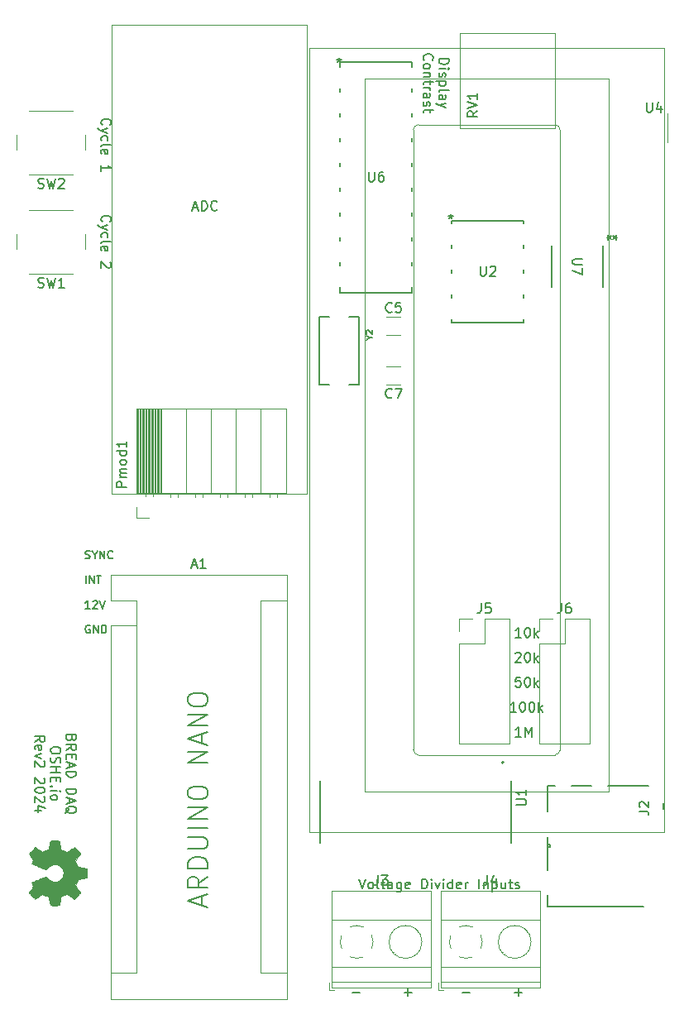
<source format=gbr>
%TF.GenerationSoftware,KiCad,Pcbnew,7.0.7*%
%TF.CreationDate,2024-11-29T17:50:20-06:00*%
%TF.ProjectId,DAQ Rev 2,44415120-5265-4762-9032-2e6b69636164,rev?*%
%TF.SameCoordinates,Original*%
%TF.FileFunction,Legend,Top*%
%TF.FilePolarity,Positive*%
%FSLAX46Y46*%
G04 Gerber Fmt 4.6, Leading zero omitted, Abs format (unit mm)*
G04 Created by KiCad (PCBNEW 7.0.7) date 2024-11-29 17:50:20*
%MOMM*%
%LPD*%
G01*
G04 APERTURE LIST*
%ADD10C,0.150000*%
%ADD11C,0.120000*%
%ADD12C,0.010000*%
%ADD13C,0.152400*%
%ADD14C,0.100000*%
%ADD15C,0.127000*%
%ADD16C,0.200000*%
G04 APERTURE END LIST*
D10*
X174961779Y-138807866D02*
X175723684Y-138807866D01*
X175342731Y-139188819D02*
X175342731Y-138426914D01*
X131480476Y-99512295D02*
X131023333Y-99512295D01*
X131251905Y-99512295D02*
X131251905Y-98712295D01*
X131251905Y-98712295D02*
X131175714Y-98826580D01*
X131175714Y-98826580D02*
X131099524Y-98902771D01*
X131099524Y-98902771D02*
X131023333Y-98940866D01*
X131785238Y-98788485D02*
X131823334Y-98750390D01*
X131823334Y-98750390D02*
X131899524Y-98712295D01*
X131899524Y-98712295D02*
X132090000Y-98712295D01*
X132090000Y-98712295D02*
X132166191Y-98750390D01*
X132166191Y-98750390D02*
X132204286Y-98788485D01*
X132204286Y-98788485D02*
X132242381Y-98864676D01*
X132242381Y-98864676D02*
X132242381Y-98940866D01*
X132242381Y-98940866D02*
X132204286Y-99055152D01*
X132204286Y-99055152D02*
X131747143Y-99512295D01*
X131747143Y-99512295D02*
X132242381Y-99512295D01*
X132470953Y-98712295D02*
X132737620Y-99512295D01*
X132737620Y-99512295D02*
X133004286Y-98712295D01*
X129612990Y-112789142D02*
X129565371Y-112931999D01*
X129565371Y-112931999D02*
X129517752Y-112979618D01*
X129517752Y-112979618D02*
X129422514Y-113027237D01*
X129422514Y-113027237D02*
X129279657Y-113027237D01*
X129279657Y-113027237D02*
X129184419Y-112979618D01*
X129184419Y-112979618D02*
X129136800Y-112931999D01*
X129136800Y-112931999D02*
X129089180Y-112836761D01*
X129089180Y-112836761D02*
X129089180Y-112455809D01*
X129089180Y-112455809D02*
X130089180Y-112455809D01*
X130089180Y-112455809D02*
X130089180Y-112789142D01*
X130089180Y-112789142D02*
X130041561Y-112884380D01*
X130041561Y-112884380D02*
X129993942Y-112931999D01*
X129993942Y-112931999D02*
X129898704Y-112979618D01*
X129898704Y-112979618D02*
X129803466Y-112979618D01*
X129803466Y-112979618D02*
X129708228Y-112931999D01*
X129708228Y-112931999D02*
X129660609Y-112884380D01*
X129660609Y-112884380D02*
X129612990Y-112789142D01*
X129612990Y-112789142D02*
X129612990Y-112455809D01*
X129089180Y-114027237D02*
X129565371Y-113693904D01*
X129089180Y-113455809D02*
X130089180Y-113455809D01*
X130089180Y-113455809D02*
X130089180Y-113836761D01*
X130089180Y-113836761D02*
X130041561Y-113931999D01*
X130041561Y-113931999D02*
X129993942Y-113979618D01*
X129993942Y-113979618D02*
X129898704Y-114027237D01*
X129898704Y-114027237D02*
X129755847Y-114027237D01*
X129755847Y-114027237D02*
X129660609Y-113979618D01*
X129660609Y-113979618D02*
X129612990Y-113931999D01*
X129612990Y-113931999D02*
X129565371Y-113836761D01*
X129565371Y-113836761D02*
X129565371Y-113455809D01*
X129612990Y-114455809D02*
X129612990Y-114789142D01*
X129089180Y-114931999D02*
X129089180Y-114455809D01*
X129089180Y-114455809D02*
X130089180Y-114455809D01*
X130089180Y-114455809D02*
X130089180Y-114931999D01*
X129374895Y-115312952D02*
X129374895Y-115789142D01*
X129089180Y-115217714D02*
X130089180Y-115551047D01*
X130089180Y-115551047D02*
X129089180Y-115884380D01*
X129089180Y-116217714D02*
X130089180Y-116217714D01*
X130089180Y-116217714D02*
X130089180Y-116455809D01*
X130089180Y-116455809D02*
X130041561Y-116598666D01*
X130041561Y-116598666D02*
X129946323Y-116693904D01*
X129946323Y-116693904D02*
X129851085Y-116741523D01*
X129851085Y-116741523D02*
X129660609Y-116789142D01*
X129660609Y-116789142D02*
X129517752Y-116789142D01*
X129517752Y-116789142D02*
X129327276Y-116741523D01*
X129327276Y-116741523D02*
X129232038Y-116693904D01*
X129232038Y-116693904D02*
X129136800Y-116598666D01*
X129136800Y-116598666D02*
X129089180Y-116455809D01*
X129089180Y-116455809D02*
X129089180Y-116217714D01*
X129089180Y-117979619D02*
X130089180Y-117979619D01*
X130089180Y-117979619D02*
X130089180Y-118217714D01*
X130089180Y-118217714D02*
X130041561Y-118360571D01*
X130041561Y-118360571D02*
X129946323Y-118455809D01*
X129946323Y-118455809D02*
X129851085Y-118503428D01*
X129851085Y-118503428D02*
X129660609Y-118551047D01*
X129660609Y-118551047D02*
X129517752Y-118551047D01*
X129517752Y-118551047D02*
X129327276Y-118503428D01*
X129327276Y-118503428D02*
X129232038Y-118455809D01*
X129232038Y-118455809D02*
X129136800Y-118360571D01*
X129136800Y-118360571D02*
X129089180Y-118217714D01*
X129089180Y-118217714D02*
X129089180Y-117979619D01*
X129374895Y-118932000D02*
X129374895Y-119408190D01*
X129089180Y-118836762D02*
X130089180Y-119170095D01*
X130089180Y-119170095D02*
X129089180Y-119503428D01*
X128993942Y-120503428D02*
X129041561Y-120408190D01*
X129041561Y-120408190D02*
X129136800Y-120312952D01*
X129136800Y-120312952D02*
X129279657Y-120170095D01*
X129279657Y-120170095D02*
X129327276Y-120074857D01*
X129327276Y-120074857D02*
X129327276Y-119979619D01*
X129089180Y-120027238D02*
X129136800Y-119932000D01*
X129136800Y-119932000D02*
X129232038Y-119836762D01*
X129232038Y-119836762D02*
X129422514Y-119789143D01*
X129422514Y-119789143D02*
X129755847Y-119789143D01*
X129755847Y-119789143D02*
X129946323Y-119836762D01*
X129946323Y-119836762D02*
X130041561Y-119932000D01*
X130041561Y-119932000D02*
X130089180Y-120027238D01*
X130089180Y-120027238D02*
X130089180Y-120217714D01*
X130089180Y-120217714D02*
X130041561Y-120312952D01*
X130041561Y-120312952D02*
X129946323Y-120408190D01*
X129946323Y-120408190D02*
X129755847Y-120455809D01*
X129755847Y-120455809D02*
X129422514Y-120455809D01*
X129422514Y-120455809D02*
X129232038Y-120408190D01*
X129232038Y-120408190D02*
X129136800Y-120312952D01*
X129136800Y-120312952D02*
X129089180Y-120217714D01*
X129089180Y-120217714D02*
X129089180Y-120027238D01*
X128479180Y-113955810D02*
X128479180Y-114146286D01*
X128479180Y-114146286D02*
X128431561Y-114241524D01*
X128431561Y-114241524D02*
X128336323Y-114336762D01*
X128336323Y-114336762D02*
X128145847Y-114384381D01*
X128145847Y-114384381D02*
X127812514Y-114384381D01*
X127812514Y-114384381D02*
X127622038Y-114336762D01*
X127622038Y-114336762D02*
X127526800Y-114241524D01*
X127526800Y-114241524D02*
X127479180Y-114146286D01*
X127479180Y-114146286D02*
X127479180Y-113955810D01*
X127479180Y-113955810D02*
X127526800Y-113860572D01*
X127526800Y-113860572D02*
X127622038Y-113765334D01*
X127622038Y-113765334D02*
X127812514Y-113717715D01*
X127812514Y-113717715D02*
X128145847Y-113717715D01*
X128145847Y-113717715D02*
X128336323Y-113765334D01*
X128336323Y-113765334D02*
X128431561Y-113860572D01*
X128431561Y-113860572D02*
X128479180Y-113955810D01*
X127526800Y-114765334D02*
X127479180Y-114908191D01*
X127479180Y-114908191D02*
X127479180Y-115146286D01*
X127479180Y-115146286D02*
X127526800Y-115241524D01*
X127526800Y-115241524D02*
X127574419Y-115289143D01*
X127574419Y-115289143D02*
X127669657Y-115336762D01*
X127669657Y-115336762D02*
X127764895Y-115336762D01*
X127764895Y-115336762D02*
X127860133Y-115289143D01*
X127860133Y-115289143D02*
X127907752Y-115241524D01*
X127907752Y-115241524D02*
X127955371Y-115146286D01*
X127955371Y-115146286D02*
X128002990Y-114955810D01*
X128002990Y-114955810D02*
X128050609Y-114860572D01*
X128050609Y-114860572D02*
X128098228Y-114812953D01*
X128098228Y-114812953D02*
X128193466Y-114765334D01*
X128193466Y-114765334D02*
X128288704Y-114765334D01*
X128288704Y-114765334D02*
X128383942Y-114812953D01*
X128383942Y-114812953D02*
X128431561Y-114860572D01*
X128431561Y-114860572D02*
X128479180Y-114955810D01*
X128479180Y-114955810D02*
X128479180Y-115193905D01*
X128479180Y-115193905D02*
X128431561Y-115336762D01*
X127479180Y-115765334D02*
X128479180Y-115765334D01*
X128002990Y-115765334D02*
X128002990Y-116336762D01*
X127479180Y-116336762D02*
X128479180Y-116336762D01*
X128002990Y-116812953D02*
X128002990Y-117146286D01*
X127479180Y-117289143D02*
X127479180Y-116812953D01*
X127479180Y-116812953D02*
X128479180Y-116812953D01*
X128479180Y-116812953D02*
X128479180Y-117289143D01*
X127574419Y-117717715D02*
X127526800Y-117765334D01*
X127526800Y-117765334D02*
X127479180Y-117717715D01*
X127479180Y-117717715D02*
X127526800Y-117670096D01*
X127526800Y-117670096D02*
X127574419Y-117717715D01*
X127574419Y-117717715D02*
X127479180Y-117717715D01*
X127479180Y-118193905D02*
X128145847Y-118193905D01*
X128479180Y-118193905D02*
X128431561Y-118146286D01*
X128431561Y-118146286D02*
X128383942Y-118193905D01*
X128383942Y-118193905D02*
X128431561Y-118241524D01*
X128431561Y-118241524D02*
X128479180Y-118193905D01*
X128479180Y-118193905D02*
X128383942Y-118193905D01*
X127479180Y-118812952D02*
X127526800Y-118717714D01*
X127526800Y-118717714D02*
X127574419Y-118670095D01*
X127574419Y-118670095D02*
X127669657Y-118622476D01*
X127669657Y-118622476D02*
X127955371Y-118622476D01*
X127955371Y-118622476D02*
X128050609Y-118670095D01*
X128050609Y-118670095D02*
X128098228Y-118717714D01*
X128098228Y-118717714D02*
X128145847Y-118812952D01*
X128145847Y-118812952D02*
X128145847Y-118955809D01*
X128145847Y-118955809D02*
X128098228Y-119051047D01*
X128098228Y-119051047D02*
X128050609Y-119098666D01*
X128050609Y-119098666D02*
X127955371Y-119146285D01*
X127955371Y-119146285D02*
X127669657Y-119146285D01*
X127669657Y-119146285D02*
X127574419Y-119098666D01*
X127574419Y-119098666D02*
X127526800Y-119051047D01*
X127526800Y-119051047D02*
X127479180Y-118955809D01*
X127479180Y-118955809D02*
X127479180Y-118812952D01*
X125869180Y-113170094D02*
X126345371Y-112836761D01*
X125869180Y-112598666D02*
X126869180Y-112598666D01*
X126869180Y-112598666D02*
X126869180Y-112979618D01*
X126869180Y-112979618D02*
X126821561Y-113074856D01*
X126821561Y-113074856D02*
X126773942Y-113122475D01*
X126773942Y-113122475D02*
X126678704Y-113170094D01*
X126678704Y-113170094D02*
X126535847Y-113170094D01*
X126535847Y-113170094D02*
X126440609Y-113122475D01*
X126440609Y-113122475D02*
X126392990Y-113074856D01*
X126392990Y-113074856D02*
X126345371Y-112979618D01*
X126345371Y-112979618D02*
X126345371Y-112598666D01*
X125916800Y-113979618D02*
X125869180Y-113884380D01*
X125869180Y-113884380D02*
X125869180Y-113693904D01*
X125869180Y-113693904D02*
X125916800Y-113598666D01*
X125916800Y-113598666D02*
X126012038Y-113551047D01*
X126012038Y-113551047D02*
X126392990Y-113551047D01*
X126392990Y-113551047D02*
X126488228Y-113598666D01*
X126488228Y-113598666D02*
X126535847Y-113693904D01*
X126535847Y-113693904D02*
X126535847Y-113884380D01*
X126535847Y-113884380D02*
X126488228Y-113979618D01*
X126488228Y-113979618D02*
X126392990Y-114027237D01*
X126392990Y-114027237D02*
X126297752Y-114027237D01*
X126297752Y-114027237D02*
X126202514Y-113551047D01*
X126535847Y-114360571D02*
X125869180Y-114598666D01*
X125869180Y-114598666D02*
X126535847Y-114836761D01*
X126773942Y-115170095D02*
X126821561Y-115217714D01*
X126821561Y-115217714D02*
X126869180Y-115312952D01*
X126869180Y-115312952D02*
X126869180Y-115551047D01*
X126869180Y-115551047D02*
X126821561Y-115646285D01*
X126821561Y-115646285D02*
X126773942Y-115693904D01*
X126773942Y-115693904D02*
X126678704Y-115741523D01*
X126678704Y-115741523D02*
X126583466Y-115741523D01*
X126583466Y-115741523D02*
X126440609Y-115693904D01*
X126440609Y-115693904D02*
X125869180Y-115122476D01*
X125869180Y-115122476D02*
X125869180Y-115741523D01*
X126773942Y-116884381D02*
X126821561Y-116932000D01*
X126821561Y-116932000D02*
X126869180Y-117027238D01*
X126869180Y-117027238D02*
X126869180Y-117265333D01*
X126869180Y-117265333D02*
X126821561Y-117360571D01*
X126821561Y-117360571D02*
X126773942Y-117408190D01*
X126773942Y-117408190D02*
X126678704Y-117455809D01*
X126678704Y-117455809D02*
X126583466Y-117455809D01*
X126583466Y-117455809D02*
X126440609Y-117408190D01*
X126440609Y-117408190D02*
X125869180Y-116836762D01*
X125869180Y-116836762D02*
X125869180Y-117455809D01*
X126869180Y-118074857D02*
X126869180Y-118170095D01*
X126869180Y-118170095D02*
X126821561Y-118265333D01*
X126821561Y-118265333D02*
X126773942Y-118312952D01*
X126773942Y-118312952D02*
X126678704Y-118360571D01*
X126678704Y-118360571D02*
X126488228Y-118408190D01*
X126488228Y-118408190D02*
X126250133Y-118408190D01*
X126250133Y-118408190D02*
X126059657Y-118360571D01*
X126059657Y-118360571D02*
X125964419Y-118312952D01*
X125964419Y-118312952D02*
X125916800Y-118265333D01*
X125916800Y-118265333D02*
X125869180Y-118170095D01*
X125869180Y-118170095D02*
X125869180Y-118074857D01*
X125869180Y-118074857D02*
X125916800Y-117979619D01*
X125916800Y-117979619D02*
X125964419Y-117932000D01*
X125964419Y-117932000D02*
X126059657Y-117884381D01*
X126059657Y-117884381D02*
X126250133Y-117836762D01*
X126250133Y-117836762D02*
X126488228Y-117836762D01*
X126488228Y-117836762D02*
X126678704Y-117884381D01*
X126678704Y-117884381D02*
X126773942Y-117932000D01*
X126773942Y-117932000D02*
X126821561Y-117979619D01*
X126821561Y-117979619D02*
X126869180Y-118074857D01*
X126773942Y-118789143D02*
X126821561Y-118836762D01*
X126821561Y-118836762D02*
X126869180Y-118932000D01*
X126869180Y-118932000D02*
X126869180Y-119170095D01*
X126869180Y-119170095D02*
X126821561Y-119265333D01*
X126821561Y-119265333D02*
X126773942Y-119312952D01*
X126773942Y-119312952D02*
X126678704Y-119360571D01*
X126678704Y-119360571D02*
X126583466Y-119360571D01*
X126583466Y-119360571D02*
X126440609Y-119312952D01*
X126440609Y-119312952D02*
X125869180Y-118741524D01*
X125869180Y-118741524D02*
X125869180Y-119360571D01*
X126535847Y-120217714D02*
X125869180Y-120217714D01*
X126916800Y-119979619D02*
X126202514Y-119741524D01*
X126202514Y-119741524D02*
X126202514Y-120360571D01*
X142956009Y-129907142D02*
X142956009Y-128954761D01*
X143527438Y-130097618D02*
X141527438Y-129430952D01*
X141527438Y-129430952D02*
X143527438Y-128764285D01*
X143527438Y-126954761D02*
X142575057Y-127621428D01*
X143527438Y-128097618D02*
X141527438Y-128097618D01*
X141527438Y-128097618D02*
X141527438Y-127335713D01*
X141527438Y-127335713D02*
X141622676Y-127145237D01*
X141622676Y-127145237D02*
X141717914Y-127049999D01*
X141717914Y-127049999D02*
X141908390Y-126954761D01*
X141908390Y-126954761D02*
X142194104Y-126954761D01*
X142194104Y-126954761D02*
X142384580Y-127049999D01*
X142384580Y-127049999D02*
X142479819Y-127145237D01*
X142479819Y-127145237D02*
X142575057Y-127335713D01*
X142575057Y-127335713D02*
X142575057Y-128097618D01*
X143527438Y-126097618D02*
X141527438Y-126097618D01*
X141527438Y-126097618D02*
X141527438Y-125621428D01*
X141527438Y-125621428D02*
X141622676Y-125335713D01*
X141622676Y-125335713D02*
X141813152Y-125145237D01*
X141813152Y-125145237D02*
X142003628Y-125049999D01*
X142003628Y-125049999D02*
X142384580Y-124954761D01*
X142384580Y-124954761D02*
X142670295Y-124954761D01*
X142670295Y-124954761D02*
X143051247Y-125049999D01*
X143051247Y-125049999D02*
X143241723Y-125145237D01*
X143241723Y-125145237D02*
X143432200Y-125335713D01*
X143432200Y-125335713D02*
X143527438Y-125621428D01*
X143527438Y-125621428D02*
X143527438Y-126097618D01*
X141527438Y-124097618D02*
X143146485Y-124097618D01*
X143146485Y-124097618D02*
X143336961Y-124002380D01*
X143336961Y-124002380D02*
X143432200Y-123907142D01*
X143432200Y-123907142D02*
X143527438Y-123716666D01*
X143527438Y-123716666D02*
X143527438Y-123335713D01*
X143527438Y-123335713D02*
X143432200Y-123145237D01*
X143432200Y-123145237D02*
X143336961Y-123049999D01*
X143336961Y-123049999D02*
X143146485Y-122954761D01*
X143146485Y-122954761D02*
X141527438Y-122954761D01*
X143527438Y-122002380D02*
X141527438Y-122002380D01*
X143527438Y-121049999D02*
X141527438Y-121049999D01*
X141527438Y-121049999D02*
X143527438Y-119907142D01*
X143527438Y-119907142D02*
X141527438Y-119907142D01*
X141527438Y-118573809D02*
X141527438Y-118192856D01*
X141527438Y-118192856D02*
X141622676Y-118002380D01*
X141622676Y-118002380D02*
X141813152Y-117811904D01*
X141813152Y-117811904D02*
X142194104Y-117716666D01*
X142194104Y-117716666D02*
X142860771Y-117716666D01*
X142860771Y-117716666D02*
X143241723Y-117811904D01*
X143241723Y-117811904D02*
X143432200Y-118002380D01*
X143432200Y-118002380D02*
X143527438Y-118192856D01*
X143527438Y-118192856D02*
X143527438Y-118573809D01*
X143527438Y-118573809D02*
X143432200Y-118764285D01*
X143432200Y-118764285D02*
X143241723Y-118954761D01*
X143241723Y-118954761D02*
X142860771Y-119049999D01*
X142860771Y-119049999D02*
X142194104Y-119049999D01*
X142194104Y-119049999D02*
X141813152Y-118954761D01*
X141813152Y-118954761D02*
X141622676Y-118764285D01*
X141622676Y-118764285D02*
X141527438Y-118573809D01*
X143527438Y-115335713D02*
X141527438Y-115335713D01*
X141527438Y-115335713D02*
X143527438Y-114192856D01*
X143527438Y-114192856D02*
X141527438Y-114192856D01*
X142956009Y-113335713D02*
X142956009Y-112383332D01*
X143527438Y-113526189D02*
X141527438Y-112859523D01*
X141527438Y-112859523D02*
X143527438Y-112192856D01*
X143527438Y-111526189D02*
X141527438Y-111526189D01*
X141527438Y-111526189D02*
X143527438Y-110383332D01*
X143527438Y-110383332D02*
X141527438Y-110383332D01*
X141527438Y-109049999D02*
X141527438Y-108669046D01*
X141527438Y-108669046D02*
X141622676Y-108478570D01*
X141622676Y-108478570D02*
X141813152Y-108288094D01*
X141813152Y-108288094D02*
X142194104Y-108192856D01*
X142194104Y-108192856D02*
X142860771Y-108192856D01*
X142860771Y-108192856D02*
X143241723Y-108288094D01*
X143241723Y-108288094D02*
X143432200Y-108478570D01*
X143432200Y-108478570D02*
X143527438Y-108669046D01*
X143527438Y-108669046D02*
X143527438Y-109049999D01*
X143527438Y-109049999D02*
X143432200Y-109240475D01*
X143432200Y-109240475D02*
X143241723Y-109430951D01*
X143241723Y-109430951D02*
X142860771Y-109526189D01*
X142860771Y-109526189D02*
X142194104Y-109526189D01*
X142194104Y-109526189D02*
X141813152Y-109430951D01*
X141813152Y-109430951D02*
X141622676Y-109240475D01*
X141622676Y-109240475D02*
X141527438Y-109049999D01*
X158324779Y-138807866D02*
X159086684Y-138807866D01*
X169627779Y-138807866D02*
X170389684Y-138807866D01*
X142021160Y-58512104D02*
X142497350Y-58512104D01*
X141925922Y-58797819D02*
X142259255Y-57797819D01*
X142259255Y-57797819D02*
X142592588Y-58797819D01*
X142925922Y-58797819D02*
X142925922Y-57797819D01*
X142925922Y-57797819D02*
X143164017Y-57797819D01*
X143164017Y-57797819D02*
X143306874Y-57845438D01*
X143306874Y-57845438D02*
X143402112Y-57940676D01*
X143402112Y-57940676D02*
X143449731Y-58035914D01*
X143449731Y-58035914D02*
X143497350Y-58226390D01*
X143497350Y-58226390D02*
X143497350Y-58369247D01*
X143497350Y-58369247D02*
X143449731Y-58559723D01*
X143449731Y-58559723D02*
X143402112Y-58654961D01*
X143402112Y-58654961D02*
X143306874Y-58750200D01*
X143306874Y-58750200D02*
X143164017Y-58797819D01*
X143164017Y-58797819D02*
X142925922Y-58797819D01*
X144497350Y-58702580D02*
X144449731Y-58750200D01*
X144449731Y-58750200D02*
X144306874Y-58797819D01*
X144306874Y-58797819D02*
X144211636Y-58797819D01*
X144211636Y-58797819D02*
X144068779Y-58750200D01*
X144068779Y-58750200D02*
X143973541Y-58654961D01*
X143973541Y-58654961D02*
X143925922Y-58559723D01*
X143925922Y-58559723D02*
X143878303Y-58369247D01*
X143878303Y-58369247D02*
X143878303Y-58226390D01*
X143878303Y-58226390D02*
X143925922Y-58035914D01*
X143925922Y-58035914D02*
X143973541Y-57940676D01*
X143973541Y-57940676D02*
X144068779Y-57845438D01*
X144068779Y-57845438D02*
X144211636Y-57797819D01*
X144211636Y-57797819D02*
X144306874Y-57797819D01*
X144306874Y-57797819D02*
X144449731Y-57845438D01*
X144449731Y-57845438D02*
X144497350Y-57893057D01*
X175612586Y-102485819D02*
X175041158Y-102485819D01*
X175326872Y-102485819D02*
X175326872Y-101485819D01*
X175326872Y-101485819D02*
X175231634Y-101628676D01*
X175231634Y-101628676D02*
X175136396Y-101723914D01*
X175136396Y-101723914D02*
X175041158Y-101771533D01*
X176231634Y-101485819D02*
X176326872Y-101485819D01*
X176326872Y-101485819D02*
X176422110Y-101533438D01*
X176422110Y-101533438D02*
X176469729Y-101581057D01*
X176469729Y-101581057D02*
X176517348Y-101676295D01*
X176517348Y-101676295D02*
X176564967Y-101866771D01*
X176564967Y-101866771D02*
X176564967Y-102104866D01*
X176564967Y-102104866D02*
X176517348Y-102295342D01*
X176517348Y-102295342D02*
X176469729Y-102390580D01*
X176469729Y-102390580D02*
X176422110Y-102438200D01*
X176422110Y-102438200D02*
X176326872Y-102485819D01*
X176326872Y-102485819D02*
X176231634Y-102485819D01*
X176231634Y-102485819D02*
X176136396Y-102438200D01*
X176136396Y-102438200D02*
X176088777Y-102390580D01*
X176088777Y-102390580D02*
X176041158Y-102295342D01*
X176041158Y-102295342D02*
X175993539Y-102104866D01*
X175993539Y-102104866D02*
X175993539Y-101866771D01*
X175993539Y-101866771D02*
X176041158Y-101676295D01*
X176041158Y-101676295D02*
X176088777Y-101581057D01*
X176088777Y-101581057D02*
X176136396Y-101533438D01*
X176136396Y-101533438D02*
X176231634Y-101485819D01*
X176993539Y-102485819D02*
X176993539Y-101485819D01*
X177088777Y-102104866D02*
X177374491Y-102485819D01*
X177374491Y-101819152D02*
X176993539Y-102200104D01*
X131480476Y-101250390D02*
X131404286Y-101212295D01*
X131404286Y-101212295D02*
X131290000Y-101212295D01*
X131290000Y-101212295D02*
X131175714Y-101250390D01*
X131175714Y-101250390D02*
X131099524Y-101326580D01*
X131099524Y-101326580D02*
X131061429Y-101402771D01*
X131061429Y-101402771D02*
X131023333Y-101555152D01*
X131023333Y-101555152D02*
X131023333Y-101669438D01*
X131023333Y-101669438D02*
X131061429Y-101821819D01*
X131061429Y-101821819D02*
X131099524Y-101898009D01*
X131099524Y-101898009D02*
X131175714Y-101974200D01*
X131175714Y-101974200D02*
X131290000Y-102012295D01*
X131290000Y-102012295D02*
X131366191Y-102012295D01*
X131366191Y-102012295D02*
X131480476Y-101974200D01*
X131480476Y-101974200D02*
X131518572Y-101936104D01*
X131518572Y-101936104D02*
X131518572Y-101669438D01*
X131518572Y-101669438D02*
X131366191Y-101669438D01*
X131861429Y-102012295D02*
X131861429Y-101212295D01*
X131861429Y-101212295D02*
X132318572Y-102012295D01*
X132318572Y-102012295D02*
X132318572Y-101212295D01*
X132699524Y-102012295D02*
X132699524Y-101212295D01*
X132699524Y-101212295D02*
X132890000Y-101212295D01*
X132890000Y-101212295D02*
X133004286Y-101250390D01*
X133004286Y-101250390D02*
X133080476Y-101326580D01*
X133080476Y-101326580D02*
X133118571Y-101402771D01*
X133118571Y-101402771D02*
X133156667Y-101555152D01*
X133156667Y-101555152D02*
X133156667Y-101669438D01*
X133156667Y-101669438D02*
X133118571Y-101821819D01*
X133118571Y-101821819D02*
X133080476Y-101898009D01*
X133080476Y-101898009D02*
X133004286Y-101974200D01*
X133004286Y-101974200D02*
X132890000Y-102012295D01*
X132890000Y-102012295D02*
X132699524Y-102012295D01*
X167228180Y-43267619D02*
X168228180Y-43267619D01*
X168228180Y-43267619D02*
X168228180Y-43505714D01*
X168228180Y-43505714D02*
X168180561Y-43648571D01*
X168180561Y-43648571D02*
X168085323Y-43743809D01*
X168085323Y-43743809D02*
X167990085Y-43791428D01*
X167990085Y-43791428D02*
X167799609Y-43839047D01*
X167799609Y-43839047D02*
X167656752Y-43839047D01*
X167656752Y-43839047D02*
X167466276Y-43791428D01*
X167466276Y-43791428D02*
X167371038Y-43743809D01*
X167371038Y-43743809D02*
X167275800Y-43648571D01*
X167275800Y-43648571D02*
X167228180Y-43505714D01*
X167228180Y-43505714D02*
X167228180Y-43267619D01*
X167228180Y-44267619D02*
X167894847Y-44267619D01*
X168228180Y-44267619D02*
X168180561Y-44220000D01*
X168180561Y-44220000D02*
X168132942Y-44267619D01*
X168132942Y-44267619D02*
X168180561Y-44315238D01*
X168180561Y-44315238D02*
X168228180Y-44267619D01*
X168228180Y-44267619D02*
X168132942Y-44267619D01*
X167275800Y-44696190D02*
X167228180Y-44791428D01*
X167228180Y-44791428D02*
X167228180Y-44981904D01*
X167228180Y-44981904D02*
X167275800Y-45077142D01*
X167275800Y-45077142D02*
X167371038Y-45124761D01*
X167371038Y-45124761D02*
X167418657Y-45124761D01*
X167418657Y-45124761D02*
X167513895Y-45077142D01*
X167513895Y-45077142D02*
X167561514Y-44981904D01*
X167561514Y-44981904D02*
X167561514Y-44839047D01*
X167561514Y-44839047D02*
X167609133Y-44743809D01*
X167609133Y-44743809D02*
X167704371Y-44696190D01*
X167704371Y-44696190D02*
X167751990Y-44696190D01*
X167751990Y-44696190D02*
X167847228Y-44743809D01*
X167847228Y-44743809D02*
X167894847Y-44839047D01*
X167894847Y-44839047D02*
X167894847Y-44981904D01*
X167894847Y-44981904D02*
X167847228Y-45077142D01*
X167894847Y-45553333D02*
X166894847Y-45553333D01*
X167847228Y-45553333D02*
X167894847Y-45648571D01*
X167894847Y-45648571D02*
X167894847Y-45839047D01*
X167894847Y-45839047D02*
X167847228Y-45934285D01*
X167847228Y-45934285D02*
X167799609Y-45981904D01*
X167799609Y-45981904D02*
X167704371Y-46029523D01*
X167704371Y-46029523D02*
X167418657Y-46029523D01*
X167418657Y-46029523D02*
X167323419Y-45981904D01*
X167323419Y-45981904D02*
X167275800Y-45934285D01*
X167275800Y-45934285D02*
X167228180Y-45839047D01*
X167228180Y-45839047D02*
X167228180Y-45648571D01*
X167228180Y-45648571D02*
X167275800Y-45553333D01*
X167228180Y-46600952D02*
X167275800Y-46505714D01*
X167275800Y-46505714D02*
X167371038Y-46458095D01*
X167371038Y-46458095D02*
X168228180Y-46458095D01*
X167228180Y-47410476D02*
X167751990Y-47410476D01*
X167751990Y-47410476D02*
X167847228Y-47362857D01*
X167847228Y-47362857D02*
X167894847Y-47267619D01*
X167894847Y-47267619D02*
X167894847Y-47077143D01*
X167894847Y-47077143D02*
X167847228Y-46981905D01*
X167275800Y-47410476D02*
X167228180Y-47315238D01*
X167228180Y-47315238D02*
X167228180Y-47077143D01*
X167228180Y-47077143D02*
X167275800Y-46981905D01*
X167275800Y-46981905D02*
X167371038Y-46934286D01*
X167371038Y-46934286D02*
X167466276Y-46934286D01*
X167466276Y-46934286D02*
X167561514Y-46981905D01*
X167561514Y-46981905D02*
X167609133Y-47077143D01*
X167609133Y-47077143D02*
X167609133Y-47315238D01*
X167609133Y-47315238D02*
X167656752Y-47410476D01*
X167894847Y-47791429D02*
X167228180Y-48029524D01*
X167894847Y-48267619D02*
X167228180Y-48029524D01*
X167228180Y-48029524D02*
X166990085Y-47934286D01*
X166990085Y-47934286D02*
X166942466Y-47886667D01*
X166942466Y-47886667D02*
X166894847Y-47791429D01*
X165713419Y-43386665D02*
X165665800Y-43339046D01*
X165665800Y-43339046D02*
X165618180Y-43196189D01*
X165618180Y-43196189D02*
X165618180Y-43100951D01*
X165618180Y-43100951D02*
X165665800Y-42958094D01*
X165665800Y-42958094D02*
X165761038Y-42862856D01*
X165761038Y-42862856D02*
X165856276Y-42815237D01*
X165856276Y-42815237D02*
X166046752Y-42767618D01*
X166046752Y-42767618D02*
X166189609Y-42767618D01*
X166189609Y-42767618D02*
X166380085Y-42815237D01*
X166380085Y-42815237D02*
X166475323Y-42862856D01*
X166475323Y-42862856D02*
X166570561Y-42958094D01*
X166570561Y-42958094D02*
X166618180Y-43100951D01*
X166618180Y-43100951D02*
X166618180Y-43196189D01*
X166618180Y-43196189D02*
X166570561Y-43339046D01*
X166570561Y-43339046D02*
X166522942Y-43386665D01*
X165618180Y-43958094D02*
X165665800Y-43862856D01*
X165665800Y-43862856D02*
X165713419Y-43815237D01*
X165713419Y-43815237D02*
X165808657Y-43767618D01*
X165808657Y-43767618D02*
X166094371Y-43767618D01*
X166094371Y-43767618D02*
X166189609Y-43815237D01*
X166189609Y-43815237D02*
X166237228Y-43862856D01*
X166237228Y-43862856D02*
X166284847Y-43958094D01*
X166284847Y-43958094D02*
X166284847Y-44100951D01*
X166284847Y-44100951D02*
X166237228Y-44196189D01*
X166237228Y-44196189D02*
X166189609Y-44243808D01*
X166189609Y-44243808D02*
X166094371Y-44291427D01*
X166094371Y-44291427D02*
X165808657Y-44291427D01*
X165808657Y-44291427D02*
X165713419Y-44243808D01*
X165713419Y-44243808D02*
X165665800Y-44196189D01*
X165665800Y-44196189D02*
X165618180Y-44100951D01*
X165618180Y-44100951D02*
X165618180Y-43958094D01*
X166284847Y-44719999D02*
X165618180Y-44719999D01*
X166189609Y-44719999D02*
X166237228Y-44767618D01*
X166237228Y-44767618D02*
X166284847Y-44862856D01*
X166284847Y-44862856D02*
X166284847Y-45005713D01*
X166284847Y-45005713D02*
X166237228Y-45100951D01*
X166237228Y-45100951D02*
X166141990Y-45148570D01*
X166141990Y-45148570D02*
X165618180Y-45148570D01*
X166284847Y-45481904D02*
X166284847Y-45862856D01*
X166618180Y-45624761D02*
X165761038Y-45624761D01*
X165761038Y-45624761D02*
X165665800Y-45672380D01*
X165665800Y-45672380D02*
X165618180Y-45767618D01*
X165618180Y-45767618D02*
X165618180Y-45862856D01*
X165618180Y-46196190D02*
X166284847Y-46196190D01*
X166094371Y-46196190D02*
X166189609Y-46243809D01*
X166189609Y-46243809D02*
X166237228Y-46291428D01*
X166237228Y-46291428D02*
X166284847Y-46386666D01*
X166284847Y-46386666D02*
X166284847Y-46481904D01*
X165618180Y-47243809D02*
X166141990Y-47243809D01*
X166141990Y-47243809D02*
X166237228Y-47196190D01*
X166237228Y-47196190D02*
X166284847Y-47100952D01*
X166284847Y-47100952D02*
X166284847Y-46910476D01*
X166284847Y-46910476D02*
X166237228Y-46815238D01*
X165665800Y-47243809D02*
X165618180Y-47148571D01*
X165618180Y-47148571D02*
X165618180Y-46910476D01*
X165618180Y-46910476D02*
X165665800Y-46815238D01*
X165665800Y-46815238D02*
X165761038Y-46767619D01*
X165761038Y-46767619D02*
X165856276Y-46767619D01*
X165856276Y-46767619D02*
X165951514Y-46815238D01*
X165951514Y-46815238D02*
X165999133Y-46910476D01*
X165999133Y-46910476D02*
X165999133Y-47148571D01*
X165999133Y-47148571D02*
X166046752Y-47243809D01*
X165665800Y-47672381D02*
X165618180Y-47767619D01*
X165618180Y-47767619D02*
X165618180Y-47958095D01*
X165618180Y-47958095D02*
X165665800Y-48053333D01*
X165665800Y-48053333D02*
X165761038Y-48100952D01*
X165761038Y-48100952D02*
X165808657Y-48100952D01*
X165808657Y-48100952D02*
X165903895Y-48053333D01*
X165903895Y-48053333D02*
X165951514Y-47958095D01*
X165951514Y-47958095D02*
X165951514Y-47815238D01*
X165951514Y-47815238D02*
X165999133Y-47720000D01*
X165999133Y-47720000D02*
X166094371Y-47672381D01*
X166094371Y-47672381D02*
X166141990Y-47672381D01*
X166141990Y-47672381D02*
X166237228Y-47720000D01*
X166237228Y-47720000D02*
X166284847Y-47815238D01*
X166284847Y-47815238D02*
X166284847Y-47958095D01*
X166284847Y-47958095D02*
X166237228Y-48053333D01*
X166284847Y-48386667D02*
X166284847Y-48767619D01*
X166618180Y-48529524D02*
X165761038Y-48529524D01*
X165761038Y-48529524D02*
X165665800Y-48577143D01*
X165665800Y-48577143D02*
X165618180Y-48672381D01*
X165618180Y-48672381D02*
X165618180Y-48767619D01*
X175041158Y-104121057D02*
X175088777Y-104073438D01*
X175088777Y-104073438D02*
X175184015Y-104025819D01*
X175184015Y-104025819D02*
X175422110Y-104025819D01*
X175422110Y-104025819D02*
X175517348Y-104073438D01*
X175517348Y-104073438D02*
X175564967Y-104121057D01*
X175564967Y-104121057D02*
X175612586Y-104216295D01*
X175612586Y-104216295D02*
X175612586Y-104311533D01*
X175612586Y-104311533D02*
X175564967Y-104454390D01*
X175564967Y-104454390D02*
X174993539Y-105025819D01*
X174993539Y-105025819D02*
X175612586Y-105025819D01*
X176231634Y-104025819D02*
X176326872Y-104025819D01*
X176326872Y-104025819D02*
X176422110Y-104073438D01*
X176422110Y-104073438D02*
X176469729Y-104121057D01*
X176469729Y-104121057D02*
X176517348Y-104216295D01*
X176517348Y-104216295D02*
X176564967Y-104406771D01*
X176564967Y-104406771D02*
X176564967Y-104644866D01*
X176564967Y-104644866D02*
X176517348Y-104835342D01*
X176517348Y-104835342D02*
X176469729Y-104930580D01*
X176469729Y-104930580D02*
X176422110Y-104978200D01*
X176422110Y-104978200D02*
X176326872Y-105025819D01*
X176326872Y-105025819D02*
X176231634Y-105025819D01*
X176231634Y-105025819D02*
X176136396Y-104978200D01*
X176136396Y-104978200D02*
X176088777Y-104930580D01*
X176088777Y-104930580D02*
X176041158Y-104835342D01*
X176041158Y-104835342D02*
X175993539Y-104644866D01*
X175993539Y-104644866D02*
X175993539Y-104406771D01*
X175993539Y-104406771D02*
X176041158Y-104216295D01*
X176041158Y-104216295D02*
X176088777Y-104121057D01*
X176088777Y-104121057D02*
X176136396Y-104073438D01*
X176136396Y-104073438D02*
X176231634Y-104025819D01*
X176993539Y-105025819D02*
X176993539Y-104025819D01*
X177088777Y-104644866D02*
X177374491Y-105025819D01*
X177374491Y-104359152D02*
X176993539Y-104740104D01*
X159022022Y-127203519D02*
X159355355Y-128203519D01*
X159355355Y-128203519D02*
X159688688Y-127203519D01*
X160164879Y-128203519D02*
X160069641Y-128155900D01*
X160069641Y-128155900D02*
X160022022Y-128108280D01*
X160022022Y-128108280D02*
X159974403Y-128013042D01*
X159974403Y-128013042D02*
X159974403Y-127727328D01*
X159974403Y-127727328D02*
X160022022Y-127632090D01*
X160022022Y-127632090D02*
X160069641Y-127584471D01*
X160069641Y-127584471D02*
X160164879Y-127536852D01*
X160164879Y-127536852D02*
X160307736Y-127536852D01*
X160307736Y-127536852D02*
X160402974Y-127584471D01*
X160402974Y-127584471D02*
X160450593Y-127632090D01*
X160450593Y-127632090D02*
X160498212Y-127727328D01*
X160498212Y-127727328D02*
X160498212Y-128013042D01*
X160498212Y-128013042D02*
X160450593Y-128108280D01*
X160450593Y-128108280D02*
X160402974Y-128155900D01*
X160402974Y-128155900D02*
X160307736Y-128203519D01*
X160307736Y-128203519D02*
X160164879Y-128203519D01*
X161069641Y-128203519D02*
X160974403Y-128155900D01*
X160974403Y-128155900D02*
X160926784Y-128060661D01*
X160926784Y-128060661D02*
X160926784Y-127203519D01*
X161307737Y-127536852D02*
X161688689Y-127536852D01*
X161450594Y-127203519D02*
X161450594Y-128060661D01*
X161450594Y-128060661D02*
X161498213Y-128155900D01*
X161498213Y-128155900D02*
X161593451Y-128203519D01*
X161593451Y-128203519D02*
X161688689Y-128203519D01*
X162450594Y-128203519D02*
X162450594Y-127679709D01*
X162450594Y-127679709D02*
X162402975Y-127584471D01*
X162402975Y-127584471D02*
X162307737Y-127536852D01*
X162307737Y-127536852D02*
X162117261Y-127536852D01*
X162117261Y-127536852D02*
X162022023Y-127584471D01*
X162450594Y-128155900D02*
X162355356Y-128203519D01*
X162355356Y-128203519D02*
X162117261Y-128203519D01*
X162117261Y-128203519D02*
X162022023Y-128155900D01*
X162022023Y-128155900D02*
X161974404Y-128060661D01*
X161974404Y-128060661D02*
X161974404Y-127965423D01*
X161974404Y-127965423D02*
X162022023Y-127870185D01*
X162022023Y-127870185D02*
X162117261Y-127822566D01*
X162117261Y-127822566D02*
X162355356Y-127822566D01*
X162355356Y-127822566D02*
X162450594Y-127774947D01*
X163355356Y-127536852D02*
X163355356Y-128346376D01*
X163355356Y-128346376D02*
X163307737Y-128441614D01*
X163307737Y-128441614D02*
X163260118Y-128489233D01*
X163260118Y-128489233D02*
X163164880Y-128536852D01*
X163164880Y-128536852D02*
X163022023Y-128536852D01*
X163022023Y-128536852D02*
X162926785Y-128489233D01*
X163355356Y-128155900D02*
X163260118Y-128203519D01*
X163260118Y-128203519D02*
X163069642Y-128203519D01*
X163069642Y-128203519D02*
X162974404Y-128155900D01*
X162974404Y-128155900D02*
X162926785Y-128108280D01*
X162926785Y-128108280D02*
X162879166Y-128013042D01*
X162879166Y-128013042D02*
X162879166Y-127727328D01*
X162879166Y-127727328D02*
X162926785Y-127632090D01*
X162926785Y-127632090D02*
X162974404Y-127584471D01*
X162974404Y-127584471D02*
X163069642Y-127536852D01*
X163069642Y-127536852D02*
X163260118Y-127536852D01*
X163260118Y-127536852D02*
X163355356Y-127584471D01*
X164212499Y-128155900D02*
X164117261Y-128203519D01*
X164117261Y-128203519D02*
X163926785Y-128203519D01*
X163926785Y-128203519D02*
X163831547Y-128155900D01*
X163831547Y-128155900D02*
X163783928Y-128060661D01*
X163783928Y-128060661D02*
X163783928Y-127679709D01*
X163783928Y-127679709D02*
X163831547Y-127584471D01*
X163831547Y-127584471D02*
X163926785Y-127536852D01*
X163926785Y-127536852D02*
X164117261Y-127536852D01*
X164117261Y-127536852D02*
X164212499Y-127584471D01*
X164212499Y-127584471D02*
X164260118Y-127679709D01*
X164260118Y-127679709D02*
X164260118Y-127774947D01*
X164260118Y-127774947D02*
X163783928Y-127870185D01*
X165450595Y-128203519D02*
X165450595Y-127203519D01*
X165450595Y-127203519D02*
X165688690Y-127203519D01*
X165688690Y-127203519D02*
X165831547Y-127251138D01*
X165831547Y-127251138D02*
X165926785Y-127346376D01*
X165926785Y-127346376D02*
X165974404Y-127441614D01*
X165974404Y-127441614D02*
X166022023Y-127632090D01*
X166022023Y-127632090D02*
X166022023Y-127774947D01*
X166022023Y-127774947D02*
X165974404Y-127965423D01*
X165974404Y-127965423D02*
X165926785Y-128060661D01*
X165926785Y-128060661D02*
X165831547Y-128155900D01*
X165831547Y-128155900D02*
X165688690Y-128203519D01*
X165688690Y-128203519D02*
X165450595Y-128203519D01*
X166450595Y-128203519D02*
X166450595Y-127536852D01*
X166450595Y-127203519D02*
X166402976Y-127251138D01*
X166402976Y-127251138D02*
X166450595Y-127298757D01*
X166450595Y-127298757D02*
X166498214Y-127251138D01*
X166498214Y-127251138D02*
X166450595Y-127203519D01*
X166450595Y-127203519D02*
X166450595Y-127298757D01*
X166831547Y-127536852D02*
X167069642Y-128203519D01*
X167069642Y-128203519D02*
X167307737Y-127536852D01*
X167688690Y-128203519D02*
X167688690Y-127536852D01*
X167688690Y-127203519D02*
X167641071Y-127251138D01*
X167641071Y-127251138D02*
X167688690Y-127298757D01*
X167688690Y-127298757D02*
X167736309Y-127251138D01*
X167736309Y-127251138D02*
X167688690Y-127203519D01*
X167688690Y-127203519D02*
X167688690Y-127298757D01*
X168593451Y-128203519D02*
X168593451Y-127203519D01*
X168593451Y-128155900D02*
X168498213Y-128203519D01*
X168498213Y-128203519D02*
X168307737Y-128203519D01*
X168307737Y-128203519D02*
X168212499Y-128155900D01*
X168212499Y-128155900D02*
X168164880Y-128108280D01*
X168164880Y-128108280D02*
X168117261Y-128013042D01*
X168117261Y-128013042D02*
X168117261Y-127727328D01*
X168117261Y-127727328D02*
X168164880Y-127632090D01*
X168164880Y-127632090D02*
X168212499Y-127584471D01*
X168212499Y-127584471D02*
X168307737Y-127536852D01*
X168307737Y-127536852D02*
X168498213Y-127536852D01*
X168498213Y-127536852D02*
X168593451Y-127584471D01*
X169450594Y-128155900D02*
X169355356Y-128203519D01*
X169355356Y-128203519D02*
X169164880Y-128203519D01*
X169164880Y-128203519D02*
X169069642Y-128155900D01*
X169069642Y-128155900D02*
X169022023Y-128060661D01*
X169022023Y-128060661D02*
X169022023Y-127679709D01*
X169022023Y-127679709D02*
X169069642Y-127584471D01*
X169069642Y-127584471D02*
X169164880Y-127536852D01*
X169164880Y-127536852D02*
X169355356Y-127536852D01*
X169355356Y-127536852D02*
X169450594Y-127584471D01*
X169450594Y-127584471D02*
X169498213Y-127679709D01*
X169498213Y-127679709D02*
X169498213Y-127774947D01*
X169498213Y-127774947D02*
X169022023Y-127870185D01*
X169926785Y-128203519D02*
X169926785Y-127536852D01*
X169926785Y-127727328D02*
X169974404Y-127632090D01*
X169974404Y-127632090D02*
X170022023Y-127584471D01*
X170022023Y-127584471D02*
X170117261Y-127536852D01*
X170117261Y-127536852D02*
X170212499Y-127536852D01*
X171307738Y-128203519D02*
X171307738Y-127203519D01*
X171783928Y-127536852D02*
X171783928Y-128203519D01*
X171783928Y-127632090D02*
X171831547Y-127584471D01*
X171831547Y-127584471D02*
X171926785Y-127536852D01*
X171926785Y-127536852D02*
X172069642Y-127536852D01*
X172069642Y-127536852D02*
X172164880Y-127584471D01*
X172164880Y-127584471D02*
X172212499Y-127679709D01*
X172212499Y-127679709D02*
X172212499Y-128203519D01*
X172688690Y-127536852D02*
X172688690Y-128536852D01*
X172688690Y-127584471D02*
X172783928Y-127536852D01*
X172783928Y-127536852D02*
X172974404Y-127536852D01*
X172974404Y-127536852D02*
X173069642Y-127584471D01*
X173069642Y-127584471D02*
X173117261Y-127632090D01*
X173117261Y-127632090D02*
X173164880Y-127727328D01*
X173164880Y-127727328D02*
X173164880Y-128013042D01*
X173164880Y-128013042D02*
X173117261Y-128108280D01*
X173117261Y-128108280D02*
X173069642Y-128155900D01*
X173069642Y-128155900D02*
X172974404Y-128203519D01*
X172974404Y-128203519D02*
X172783928Y-128203519D01*
X172783928Y-128203519D02*
X172688690Y-128155900D01*
X174022023Y-127536852D02*
X174022023Y-128203519D01*
X173593452Y-127536852D02*
X173593452Y-128060661D01*
X173593452Y-128060661D02*
X173641071Y-128155900D01*
X173641071Y-128155900D02*
X173736309Y-128203519D01*
X173736309Y-128203519D02*
X173879166Y-128203519D01*
X173879166Y-128203519D02*
X173974404Y-128155900D01*
X173974404Y-128155900D02*
X174022023Y-128108280D01*
X174355357Y-127536852D02*
X174736309Y-127536852D01*
X174498214Y-127203519D02*
X174498214Y-128060661D01*
X174498214Y-128060661D02*
X174545833Y-128155900D01*
X174545833Y-128155900D02*
X174641071Y-128203519D01*
X174641071Y-128203519D02*
X174736309Y-128203519D01*
X175022024Y-128155900D02*
X175117262Y-128203519D01*
X175117262Y-128203519D02*
X175307738Y-128203519D01*
X175307738Y-128203519D02*
X175402976Y-128155900D01*
X175402976Y-128155900D02*
X175450595Y-128060661D01*
X175450595Y-128060661D02*
X175450595Y-128013042D01*
X175450595Y-128013042D02*
X175402976Y-127917804D01*
X175402976Y-127917804D02*
X175307738Y-127870185D01*
X175307738Y-127870185D02*
X175164881Y-127870185D01*
X175164881Y-127870185D02*
X175069643Y-127822566D01*
X175069643Y-127822566D02*
X175022024Y-127727328D01*
X175022024Y-127727328D02*
X175022024Y-127679709D01*
X175022024Y-127679709D02*
X175069643Y-127584471D01*
X175069643Y-127584471D02*
X175164881Y-127536852D01*
X175164881Y-127536852D02*
X175307738Y-127536852D01*
X175307738Y-127536852D02*
X175402976Y-127584471D01*
X132736419Y-59928380D02*
X132688800Y-59880761D01*
X132688800Y-59880761D02*
X132641180Y-59737904D01*
X132641180Y-59737904D02*
X132641180Y-59642666D01*
X132641180Y-59642666D02*
X132688800Y-59499809D01*
X132688800Y-59499809D02*
X132784038Y-59404571D01*
X132784038Y-59404571D02*
X132879276Y-59356952D01*
X132879276Y-59356952D02*
X133069752Y-59309333D01*
X133069752Y-59309333D02*
X133212609Y-59309333D01*
X133212609Y-59309333D02*
X133403085Y-59356952D01*
X133403085Y-59356952D02*
X133498323Y-59404571D01*
X133498323Y-59404571D02*
X133593561Y-59499809D01*
X133593561Y-59499809D02*
X133641180Y-59642666D01*
X133641180Y-59642666D02*
X133641180Y-59737904D01*
X133641180Y-59737904D02*
X133593561Y-59880761D01*
X133593561Y-59880761D02*
X133545942Y-59928380D01*
X133307847Y-60261714D02*
X132641180Y-60499809D01*
X133307847Y-60737904D02*
X132641180Y-60499809D01*
X132641180Y-60499809D02*
X132403085Y-60404571D01*
X132403085Y-60404571D02*
X132355466Y-60356952D01*
X132355466Y-60356952D02*
X132307847Y-60261714D01*
X132688800Y-61547428D02*
X132641180Y-61452190D01*
X132641180Y-61452190D02*
X132641180Y-61261714D01*
X132641180Y-61261714D02*
X132688800Y-61166476D01*
X132688800Y-61166476D02*
X132736419Y-61118857D01*
X132736419Y-61118857D02*
X132831657Y-61071238D01*
X132831657Y-61071238D02*
X133117371Y-61071238D01*
X133117371Y-61071238D02*
X133212609Y-61118857D01*
X133212609Y-61118857D02*
X133260228Y-61166476D01*
X133260228Y-61166476D02*
X133307847Y-61261714D01*
X133307847Y-61261714D02*
X133307847Y-61452190D01*
X133307847Y-61452190D02*
X133260228Y-61547428D01*
X132641180Y-62118857D02*
X132688800Y-62023619D01*
X132688800Y-62023619D02*
X132784038Y-61976000D01*
X132784038Y-61976000D02*
X133641180Y-61976000D01*
X132688800Y-62880762D02*
X132641180Y-62785524D01*
X132641180Y-62785524D02*
X132641180Y-62595048D01*
X132641180Y-62595048D02*
X132688800Y-62499810D01*
X132688800Y-62499810D02*
X132784038Y-62452191D01*
X132784038Y-62452191D02*
X133164990Y-62452191D01*
X133164990Y-62452191D02*
X133260228Y-62499810D01*
X133260228Y-62499810D02*
X133307847Y-62595048D01*
X133307847Y-62595048D02*
X133307847Y-62785524D01*
X133307847Y-62785524D02*
X133260228Y-62880762D01*
X133260228Y-62880762D02*
X133164990Y-62928381D01*
X133164990Y-62928381D02*
X133069752Y-62928381D01*
X133069752Y-62928381D02*
X132974514Y-62452191D01*
X133545942Y-64071239D02*
X133593561Y-64118858D01*
X133593561Y-64118858D02*
X133641180Y-64214096D01*
X133641180Y-64214096D02*
X133641180Y-64452191D01*
X133641180Y-64452191D02*
X133593561Y-64547429D01*
X133593561Y-64547429D02*
X133545942Y-64595048D01*
X133545942Y-64595048D02*
X133450704Y-64642667D01*
X133450704Y-64642667D02*
X133355466Y-64642667D01*
X133355466Y-64642667D02*
X133212609Y-64595048D01*
X133212609Y-64595048D02*
X132641180Y-64023620D01*
X132641180Y-64023620D02*
X132641180Y-64642667D01*
X163658779Y-138807866D02*
X164420684Y-138807866D01*
X164039731Y-139188819D02*
X164039731Y-138426914D01*
X175564967Y-106565819D02*
X175088777Y-106565819D01*
X175088777Y-106565819D02*
X175041158Y-107042009D01*
X175041158Y-107042009D02*
X175088777Y-106994390D01*
X175088777Y-106994390D02*
X175184015Y-106946771D01*
X175184015Y-106946771D02*
X175422110Y-106946771D01*
X175422110Y-106946771D02*
X175517348Y-106994390D01*
X175517348Y-106994390D02*
X175564967Y-107042009D01*
X175564967Y-107042009D02*
X175612586Y-107137247D01*
X175612586Y-107137247D02*
X175612586Y-107375342D01*
X175612586Y-107375342D02*
X175564967Y-107470580D01*
X175564967Y-107470580D02*
X175517348Y-107518200D01*
X175517348Y-107518200D02*
X175422110Y-107565819D01*
X175422110Y-107565819D02*
X175184015Y-107565819D01*
X175184015Y-107565819D02*
X175088777Y-107518200D01*
X175088777Y-107518200D02*
X175041158Y-107470580D01*
X176231634Y-106565819D02*
X176326872Y-106565819D01*
X176326872Y-106565819D02*
X176422110Y-106613438D01*
X176422110Y-106613438D02*
X176469729Y-106661057D01*
X176469729Y-106661057D02*
X176517348Y-106756295D01*
X176517348Y-106756295D02*
X176564967Y-106946771D01*
X176564967Y-106946771D02*
X176564967Y-107184866D01*
X176564967Y-107184866D02*
X176517348Y-107375342D01*
X176517348Y-107375342D02*
X176469729Y-107470580D01*
X176469729Y-107470580D02*
X176422110Y-107518200D01*
X176422110Y-107518200D02*
X176326872Y-107565819D01*
X176326872Y-107565819D02*
X176231634Y-107565819D01*
X176231634Y-107565819D02*
X176136396Y-107518200D01*
X176136396Y-107518200D02*
X176088777Y-107470580D01*
X176088777Y-107470580D02*
X176041158Y-107375342D01*
X176041158Y-107375342D02*
X175993539Y-107184866D01*
X175993539Y-107184866D02*
X175993539Y-106946771D01*
X175993539Y-106946771D02*
X176041158Y-106756295D01*
X176041158Y-106756295D02*
X176088777Y-106661057D01*
X176088777Y-106661057D02*
X176136396Y-106613438D01*
X176136396Y-106613438D02*
X176231634Y-106565819D01*
X176993539Y-107565819D02*
X176993539Y-106565819D01*
X177088777Y-107184866D02*
X177374491Y-107565819D01*
X177374491Y-106899152D02*
X176993539Y-107280104D01*
X132736419Y-50022380D02*
X132688800Y-49974761D01*
X132688800Y-49974761D02*
X132641180Y-49831904D01*
X132641180Y-49831904D02*
X132641180Y-49736666D01*
X132641180Y-49736666D02*
X132688800Y-49593809D01*
X132688800Y-49593809D02*
X132784038Y-49498571D01*
X132784038Y-49498571D02*
X132879276Y-49450952D01*
X132879276Y-49450952D02*
X133069752Y-49403333D01*
X133069752Y-49403333D02*
X133212609Y-49403333D01*
X133212609Y-49403333D02*
X133403085Y-49450952D01*
X133403085Y-49450952D02*
X133498323Y-49498571D01*
X133498323Y-49498571D02*
X133593561Y-49593809D01*
X133593561Y-49593809D02*
X133641180Y-49736666D01*
X133641180Y-49736666D02*
X133641180Y-49831904D01*
X133641180Y-49831904D02*
X133593561Y-49974761D01*
X133593561Y-49974761D02*
X133545942Y-50022380D01*
X133307847Y-50355714D02*
X132641180Y-50593809D01*
X133307847Y-50831904D02*
X132641180Y-50593809D01*
X132641180Y-50593809D02*
X132403085Y-50498571D01*
X132403085Y-50498571D02*
X132355466Y-50450952D01*
X132355466Y-50450952D02*
X132307847Y-50355714D01*
X132688800Y-51641428D02*
X132641180Y-51546190D01*
X132641180Y-51546190D02*
X132641180Y-51355714D01*
X132641180Y-51355714D02*
X132688800Y-51260476D01*
X132688800Y-51260476D02*
X132736419Y-51212857D01*
X132736419Y-51212857D02*
X132831657Y-51165238D01*
X132831657Y-51165238D02*
X133117371Y-51165238D01*
X133117371Y-51165238D02*
X133212609Y-51212857D01*
X133212609Y-51212857D02*
X133260228Y-51260476D01*
X133260228Y-51260476D02*
X133307847Y-51355714D01*
X133307847Y-51355714D02*
X133307847Y-51546190D01*
X133307847Y-51546190D02*
X133260228Y-51641428D01*
X132641180Y-52212857D02*
X132688800Y-52117619D01*
X132688800Y-52117619D02*
X132784038Y-52070000D01*
X132784038Y-52070000D02*
X133641180Y-52070000D01*
X132688800Y-52974762D02*
X132641180Y-52879524D01*
X132641180Y-52879524D02*
X132641180Y-52689048D01*
X132641180Y-52689048D02*
X132688800Y-52593810D01*
X132688800Y-52593810D02*
X132784038Y-52546191D01*
X132784038Y-52546191D02*
X133164990Y-52546191D01*
X133164990Y-52546191D02*
X133260228Y-52593810D01*
X133260228Y-52593810D02*
X133307847Y-52689048D01*
X133307847Y-52689048D02*
X133307847Y-52879524D01*
X133307847Y-52879524D02*
X133260228Y-52974762D01*
X133260228Y-52974762D02*
X133164990Y-53022381D01*
X133164990Y-53022381D02*
X133069752Y-53022381D01*
X133069752Y-53022381D02*
X132974514Y-52546191D01*
X132641180Y-54736667D02*
X132641180Y-54165239D01*
X132641180Y-54450953D02*
X133641180Y-54450953D01*
X133641180Y-54450953D02*
X133498323Y-54355715D01*
X133498323Y-54355715D02*
X133403085Y-54260477D01*
X133403085Y-54260477D02*
X133355466Y-54165239D01*
X131023333Y-94374200D02*
X131137619Y-94412295D01*
X131137619Y-94412295D02*
X131328095Y-94412295D01*
X131328095Y-94412295D02*
X131404286Y-94374200D01*
X131404286Y-94374200D02*
X131442381Y-94336104D01*
X131442381Y-94336104D02*
X131480476Y-94259914D01*
X131480476Y-94259914D02*
X131480476Y-94183723D01*
X131480476Y-94183723D02*
X131442381Y-94107533D01*
X131442381Y-94107533D02*
X131404286Y-94069438D01*
X131404286Y-94069438D02*
X131328095Y-94031342D01*
X131328095Y-94031342D02*
X131175714Y-93993247D01*
X131175714Y-93993247D02*
X131099524Y-93955152D01*
X131099524Y-93955152D02*
X131061429Y-93917057D01*
X131061429Y-93917057D02*
X131023333Y-93840866D01*
X131023333Y-93840866D02*
X131023333Y-93764676D01*
X131023333Y-93764676D02*
X131061429Y-93688485D01*
X131061429Y-93688485D02*
X131099524Y-93650390D01*
X131099524Y-93650390D02*
X131175714Y-93612295D01*
X131175714Y-93612295D02*
X131366191Y-93612295D01*
X131366191Y-93612295D02*
X131480476Y-93650390D01*
X131975715Y-94031342D02*
X131975715Y-94412295D01*
X131709048Y-93612295D02*
X131975715Y-94031342D01*
X131975715Y-94031342D02*
X132242381Y-93612295D01*
X132509048Y-94412295D02*
X132509048Y-93612295D01*
X132509048Y-93612295D02*
X132966191Y-94412295D01*
X132966191Y-94412295D02*
X132966191Y-93612295D01*
X133804286Y-94336104D02*
X133766190Y-94374200D01*
X133766190Y-94374200D02*
X133651905Y-94412295D01*
X133651905Y-94412295D02*
X133575714Y-94412295D01*
X133575714Y-94412295D02*
X133461428Y-94374200D01*
X133461428Y-94374200D02*
X133385238Y-94298009D01*
X133385238Y-94298009D02*
X133347143Y-94221819D01*
X133347143Y-94221819D02*
X133309047Y-94069438D01*
X133309047Y-94069438D02*
X133309047Y-93955152D01*
X133309047Y-93955152D02*
X133347143Y-93802771D01*
X133347143Y-93802771D02*
X133385238Y-93726580D01*
X133385238Y-93726580D02*
X133461428Y-93650390D01*
X133461428Y-93650390D02*
X133575714Y-93612295D01*
X133575714Y-93612295D02*
X133651905Y-93612295D01*
X133651905Y-93612295D02*
X133766190Y-93650390D01*
X133766190Y-93650390D02*
X133804286Y-93688485D01*
X175612586Y-112645819D02*
X175041158Y-112645819D01*
X175326872Y-112645819D02*
X175326872Y-111645819D01*
X175326872Y-111645819D02*
X175231634Y-111788676D01*
X175231634Y-111788676D02*
X175136396Y-111883914D01*
X175136396Y-111883914D02*
X175041158Y-111931533D01*
X176041158Y-112645819D02*
X176041158Y-111645819D01*
X176041158Y-111645819D02*
X176374491Y-112360104D01*
X176374491Y-112360104D02*
X176707824Y-111645819D01*
X176707824Y-111645819D02*
X176707824Y-112645819D01*
X175104586Y-110105819D02*
X174533158Y-110105819D01*
X174818872Y-110105819D02*
X174818872Y-109105819D01*
X174818872Y-109105819D02*
X174723634Y-109248676D01*
X174723634Y-109248676D02*
X174628396Y-109343914D01*
X174628396Y-109343914D02*
X174533158Y-109391533D01*
X175723634Y-109105819D02*
X175818872Y-109105819D01*
X175818872Y-109105819D02*
X175914110Y-109153438D01*
X175914110Y-109153438D02*
X175961729Y-109201057D01*
X175961729Y-109201057D02*
X176009348Y-109296295D01*
X176009348Y-109296295D02*
X176056967Y-109486771D01*
X176056967Y-109486771D02*
X176056967Y-109724866D01*
X176056967Y-109724866D02*
X176009348Y-109915342D01*
X176009348Y-109915342D02*
X175961729Y-110010580D01*
X175961729Y-110010580D02*
X175914110Y-110058200D01*
X175914110Y-110058200D02*
X175818872Y-110105819D01*
X175818872Y-110105819D02*
X175723634Y-110105819D01*
X175723634Y-110105819D02*
X175628396Y-110058200D01*
X175628396Y-110058200D02*
X175580777Y-110010580D01*
X175580777Y-110010580D02*
X175533158Y-109915342D01*
X175533158Y-109915342D02*
X175485539Y-109724866D01*
X175485539Y-109724866D02*
X175485539Y-109486771D01*
X175485539Y-109486771D02*
X175533158Y-109296295D01*
X175533158Y-109296295D02*
X175580777Y-109201057D01*
X175580777Y-109201057D02*
X175628396Y-109153438D01*
X175628396Y-109153438D02*
X175723634Y-109105819D01*
X176676015Y-109105819D02*
X176771253Y-109105819D01*
X176771253Y-109105819D02*
X176866491Y-109153438D01*
X176866491Y-109153438D02*
X176914110Y-109201057D01*
X176914110Y-109201057D02*
X176961729Y-109296295D01*
X176961729Y-109296295D02*
X177009348Y-109486771D01*
X177009348Y-109486771D02*
X177009348Y-109724866D01*
X177009348Y-109724866D02*
X176961729Y-109915342D01*
X176961729Y-109915342D02*
X176914110Y-110010580D01*
X176914110Y-110010580D02*
X176866491Y-110058200D01*
X176866491Y-110058200D02*
X176771253Y-110105819D01*
X176771253Y-110105819D02*
X176676015Y-110105819D01*
X176676015Y-110105819D02*
X176580777Y-110058200D01*
X176580777Y-110058200D02*
X176533158Y-110010580D01*
X176533158Y-110010580D02*
X176485539Y-109915342D01*
X176485539Y-109915342D02*
X176437920Y-109724866D01*
X176437920Y-109724866D02*
X176437920Y-109486771D01*
X176437920Y-109486771D02*
X176485539Y-109296295D01*
X176485539Y-109296295D02*
X176533158Y-109201057D01*
X176533158Y-109201057D02*
X176580777Y-109153438D01*
X176580777Y-109153438D02*
X176676015Y-109105819D01*
X177437920Y-110105819D02*
X177437920Y-109105819D01*
X177533158Y-109724866D02*
X177818872Y-110105819D01*
X177818872Y-109439152D02*
X177437920Y-109820104D01*
X131061429Y-96962295D02*
X131061429Y-96162295D01*
X131442381Y-96962295D02*
X131442381Y-96162295D01*
X131442381Y-96162295D02*
X131899524Y-96962295D01*
X131899524Y-96962295D02*
X131899524Y-96162295D01*
X132166190Y-96162295D02*
X132623333Y-96162295D01*
X132394761Y-96962295D02*
X132394761Y-96162295D01*
X141905714Y-95089104D02*
X142381904Y-95089104D01*
X141810476Y-95374819D02*
X142143809Y-94374819D01*
X142143809Y-94374819D02*
X142477142Y-95374819D01*
X143334285Y-95374819D02*
X142762857Y-95374819D01*
X143048571Y-95374819D02*
X143048571Y-94374819D01*
X143048571Y-94374819D02*
X142953333Y-94517676D01*
X142953333Y-94517676D02*
X142858095Y-94612914D01*
X142858095Y-94612914D02*
X142762857Y-94660533D01*
X171536666Y-98983819D02*
X171536666Y-99698104D01*
X171536666Y-99698104D02*
X171489047Y-99840961D01*
X171489047Y-99840961D02*
X171393809Y-99936200D01*
X171393809Y-99936200D02*
X171250952Y-99983819D01*
X171250952Y-99983819D02*
X171155714Y-99983819D01*
X172489047Y-98983819D02*
X172012857Y-98983819D01*
X172012857Y-98983819D02*
X171965238Y-99460009D01*
X171965238Y-99460009D02*
X172012857Y-99412390D01*
X172012857Y-99412390D02*
X172108095Y-99364771D01*
X172108095Y-99364771D02*
X172346190Y-99364771D01*
X172346190Y-99364771D02*
X172441428Y-99412390D01*
X172441428Y-99412390D02*
X172489047Y-99460009D01*
X172489047Y-99460009D02*
X172536666Y-99555247D01*
X172536666Y-99555247D02*
X172536666Y-99793342D01*
X172536666Y-99793342D02*
X172489047Y-99888580D01*
X172489047Y-99888580D02*
X172441428Y-99936200D01*
X172441428Y-99936200D02*
X172346190Y-99983819D01*
X172346190Y-99983819D02*
X172108095Y-99983819D01*
X172108095Y-99983819D02*
X172012857Y-99936200D01*
X172012857Y-99936200D02*
X171965238Y-99888580D01*
X162393333Y-77901580D02*
X162345714Y-77949200D01*
X162345714Y-77949200D02*
X162202857Y-77996819D01*
X162202857Y-77996819D02*
X162107619Y-77996819D01*
X162107619Y-77996819D02*
X161964762Y-77949200D01*
X161964762Y-77949200D02*
X161869524Y-77853961D01*
X161869524Y-77853961D02*
X161821905Y-77758723D01*
X161821905Y-77758723D02*
X161774286Y-77568247D01*
X161774286Y-77568247D02*
X161774286Y-77425390D01*
X161774286Y-77425390D02*
X161821905Y-77234914D01*
X161821905Y-77234914D02*
X161869524Y-77139676D01*
X161869524Y-77139676D02*
X161964762Y-77044438D01*
X161964762Y-77044438D02*
X162107619Y-76996819D01*
X162107619Y-76996819D02*
X162202857Y-76996819D01*
X162202857Y-76996819D02*
X162345714Y-77044438D01*
X162345714Y-77044438D02*
X162393333Y-77092057D01*
X162726667Y-76996819D02*
X163393333Y-76996819D01*
X163393333Y-76996819D02*
X162964762Y-77996819D01*
X181901180Y-63754095D02*
X181091657Y-63754095D01*
X181091657Y-63754095D02*
X180996419Y-63801714D01*
X180996419Y-63801714D02*
X180948800Y-63849333D01*
X180948800Y-63849333D02*
X180901180Y-63944571D01*
X180901180Y-63944571D02*
X180901180Y-64135047D01*
X180901180Y-64135047D02*
X180948800Y-64230285D01*
X180948800Y-64230285D02*
X180996419Y-64277904D01*
X180996419Y-64277904D02*
X181091657Y-64325523D01*
X181091657Y-64325523D02*
X181901180Y-64325523D01*
X181901180Y-64706476D02*
X181901180Y-65373142D01*
X181901180Y-65373142D02*
X180901180Y-64944571D01*
X184392219Y-61537849D02*
X184630314Y-61537849D01*
X184535076Y-61775944D02*
X184630314Y-61537849D01*
X184630314Y-61537849D02*
X184535076Y-61299754D01*
X184820790Y-61680706D02*
X184630314Y-61537849D01*
X184630314Y-61537849D02*
X184820790Y-61394992D01*
X185482580Y-61537850D02*
X185244485Y-61537850D01*
X185339723Y-61299755D02*
X185244485Y-61537850D01*
X185244485Y-61537850D02*
X185339723Y-61775945D01*
X185054009Y-61394993D02*
X185244485Y-61537850D01*
X185244485Y-61537850D02*
X185054009Y-61680707D01*
X135225819Y-87083523D02*
X134225819Y-87083523D01*
X134225819Y-87083523D02*
X134225819Y-86702571D01*
X134225819Y-86702571D02*
X134273438Y-86607333D01*
X134273438Y-86607333D02*
X134321057Y-86559714D01*
X134321057Y-86559714D02*
X134416295Y-86512095D01*
X134416295Y-86512095D02*
X134559152Y-86512095D01*
X134559152Y-86512095D02*
X134654390Y-86559714D01*
X134654390Y-86559714D02*
X134702009Y-86607333D01*
X134702009Y-86607333D02*
X134749628Y-86702571D01*
X134749628Y-86702571D02*
X134749628Y-87083523D01*
X135225819Y-86083523D02*
X134559152Y-86083523D01*
X134654390Y-86083523D02*
X134606771Y-86035904D01*
X134606771Y-86035904D02*
X134559152Y-85940666D01*
X134559152Y-85940666D02*
X134559152Y-85797809D01*
X134559152Y-85797809D02*
X134606771Y-85702571D01*
X134606771Y-85702571D02*
X134702009Y-85654952D01*
X134702009Y-85654952D02*
X135225819Y-85654952D01*
X134702009Y-85654952D02*
X134606771Y-85607333D01*
X134606771Y-85607333D02*
X134559152Y-85512095D01*
X134559152Y-85512095D02*
X134559152Y-85369238D01*
X134559152Y-85369238D02*
X134606771Y-85273999D01*
X134606771Y-85273999D02*
X134702009Y-85226380D01*
X134702009Y-85226380D02*
X135225819Y-85226380D01*
X135225819Y-84607333D02*
X135178200Y-84702571D01*
X135178200Y-84702571D02*
X135130580Y-84750190D01*
X135130580Y-84750190D02*
X135035342Y-84797809D01*
X135035342Y-84797809D02*
X134749628Y-84797809D01*
X134749628Y-84797809D02*
X134654390Y-84750190D01*
X134654390Y-84750190D02*
X134606771Y-84702571D01*
X134606771Y-84702571D02*
X134559152Y-84607333D01*
X134559152Y-84607333D02*
X134559152Y-84464476D01*
X134559152Y-84464476D02*
X134606771Y-84369238D01*
X134606771Y-84369238D02*
X134654390Y-84321619D01*
X134654390Y-84321619D02*
X134749628Y-84274000D01*
X134749628Y-84274000D02*
X135035342Y-84274000D01*
X135035342Y-84274000D02*
X135130580Y-84321619D01*
X135130580Y-84321619D02*
X135178200Y-84369238D01*
X135178200Y-84369238D02*
X135225819Y-84464476D01*
X135225819Y-84464476D02*
X135225819Y-84607333D01*
X135225819Y-83416857D02*
X134225819Y-83416857D01*
X135178200Y-83416857D02*
X135225819Y-83512095D01*
X135225819Y-83512095D02*
X135225819Y-83702571D01*
X135225819Y-83702571D02*
X135178200Y-83797809D01*
X135178200Y-83797809D02*
X135130580Y-83845428D01*
X135130580Y-83845428D02*
X135035342Y-83893047D01*
X135035342Y-83893047D02*
X134749628Y-83893047D01*
X134749628Y-83893047D02*
X134654390Y-83845428D01*
X134654390Y-83845428D02*
X134606771Y-83797809D01*
X134606771Y-83797809D02*
X134559152Y-83702571D01*
X134559152Y-83702571D02*
X134559152Y-83512095D01*
X134559152Y-83512095D02*
X134606771Y-83416857D01*
X135225819Y-82416857D02*
X135225819Y-82988285D01*
X135225819Y-82702571D02*
X134225819Y-82702571D01*
X134225819Y-82702571D02*
X134368676Y-82797809D01*
X134368676Y-82797809D02*
X134463914Y-82893047D01*
X134463914Y-82893047D02*
X134511533Y-82988285D01*
X126174667Y-56473200D02*
X126317524Y-56520819D01*
X126317524Y-56520819D02*
X126555619Y-56520819D01*
X126555619Y-56520819D02*
X126650857Y-56473200D01*
X126650857Y-56473200D02*
X126698476Y-56425580D01*
X126698476Y-56425580D02*
X126746095Y-56330342D01*
X126746095Y-56330342D02*
X126746095Y-56235104D01*
X126746095Y-56235104D02*
X126698476Y-56139866D01*
X126698476Y-56139866D02*
X126650857Y-56092247D01*
X126650857Y-56092247D02*
X126555619Y-56044628D01*
X126555619Y-56044628D02*
X126365143Y-55997009D01*
X126365143Y-55997009D02*
X126269905Y-55949390D01*
X126269905Y-55949390D02*
X126222286Y-55901771D01*
X126222286Y-55901771D02*
X126174667Y-55806533D01*
X126174667Y-55806533D02*
X126174667Y-55711295D01*
X126174667Y-55711295D02*
X126222286Y-55616057D01*
X126222286Y-55616057D02*
X126269905Y-55568438D01*
X126269905Y-55568438D02*
X126365143Y-55520819D01*
X126365143Y-55520819D02*
X126603238Y-55520819D01*
X126603238Y-55520819D02*
X126746095Y-55568438D01*
X127079429Y-55520819D02*
X127317524Y-56520819D01*
X127317524Y-56520819D02*
X127508000Y-55806533D01*
X127508000Y-55806533D02*
X127698476Y-56520819D01*
X127698476Y-56520819D02*
X127936572Y-55520819D01*
X128269905Y-55616057D02*
X128317524Y-55568438D01*
X128317524Y-55568438D02*
X128412762Y-55520819D01*
X128412762Y-55520819D02*
X128650857Y-55520819D01*
X128650857Y-55520819D02*
X128746095Y-55568438D01*
X128746095Y-55568438D02*
X128793714Y-55616057D01*
X128793714Y-55616057D02*
X128841333Y-55711295D01*
X128841333Y-55711295D02*
X128841333Y-55806533D01*
X128841333Y-55806533D02*
X128793714Y-55949390D01*
X128793714Y-55949390D02*
X128222286Y-56520819D01*
X128222286Y-56520819D02*
X128841333Y-56520819D01*
X175135819Y-119638904D02*
X175945342Y-119638904D01*
X175945342Y-119638904D02*
X176040580Y-119591285D01*
X176040580Y-119591285D02*
X176088200Y-119543666D01*
X176088200Y-119543666D02*
X176135819Y-119448428D01*
X176135819Y-119448428D02*
X176135819Y-119257952D01*
X176135819Y-119257952D02*
X176088200Y-119162714D01*
X176088200Y-119162714D02*
X176040580Y-119115095D01*
X176040580Y-119115095D02*
X175945342Y-119067476D01*
X175945342Y-119067476D02*
X175135819Y-119067476D01*
X176135819Y-118067476D02*
X176135819Y-118638904D01*
X176135819Y-118353190D02*
X175135819Y-118353190D01*
X175135819Y-118353190D02*
X175278676Y-118448428D01*
X175278676Y-118448428D02*
X175373914Y-118543666D01*
X175373914Y-118543666D02*
X175421533Y-118638904D01*
X171450095Y-64478819D02*
X171450095Y-65288342D01*
X171450095Y-65288342D02*
X171497714Y-65383580D01*
X171497714Y-65383580D02*
X171545333Y-65431200D01*
X171545333Y-65431200D02*
X171640571Y-65478819D01*
X171640571Y-65478819D02*
X171831047Y-65478819D01*
X171831047Y-65478819D02*
X171926285Y-65431200D01*
X171926285Y-65431200D02*
X171973904Y-65383580D01*
X171973904Y-65383580D02*
X172021523Y-65288342D01*
X172021523Y-65288342D02*
X172021523Y-64478819D01*
X172450095Y-64574057D02*
X172497714Y-64526438D01*
X172497714Y-64526438D02*
X172592952Y-64478819D01*
X172592952Y-64478819D02*
X172831047Y-64478819D01*
X172831047Y-64478819D02*
X172926285Y-64526438D01*
X172926285Y-64526438D02*
X172973904Y-64574057D01*
X172973904Y-64574057D02*
X173021523Y-64669295D01*
X173021523Y-64669295D02*
X173021523Y-64764533D01*
X173021523Y-64764533D02*
X172973904Y-64907390D01*
X172973904Y-64907390D02*
X172402476Y-65478819D01*
X172402476Y-65478819D02*
X173021523Y-65478819D01*
X168402000Y-59157519D02*
X168402000Y-59395614D01*
X168163905Y-59300376D02*
X168402000Y-59395614D01*
X168402000Y-59395614D02*
X168640095Y-59300376D01*
X168259143Y-59586090D02*
X168402000Y-59395614D01*
X168402000Y-59395614D02*
X168544857Y-59586090D01*
X168402000Y-59157519D02*
X168402000Y-59395614D01*
X168163905Y-59300376D02*
X168402000Y-59395614D01*
X168402000Y-59395614D02*
X168640095Y-59300376D01*
X168259143Y-59586090D02*
X168402000Y-59395614D01*
X168402000Y-59395614D02*
X168544857Y-59586090D01*
X187689319Y-120291334D02*
X188403604Y-120291334D01*
X188403604Y-120291334D02*
X188546461Y-120338953D01*
X188546461Y-120338953D02*
X188641700Y-120434191D01*
X188641700Y-120434191D02*
X188689319Y-120577048D01*
X188689319Y-120577048D02*
X188689319Y-120672286D01*
X187784557Y-119862762D02*
X187736938Y-119815143D01*
X187736938Y-119815143D02*
X187689319Y-119719905D01*
X187689319Y-119719905D02*
X187689319Y-119481810D01*
X187689319Y-119481810D02*
X187736938Y-119386572D01*
X187736938Y-119386572D02*
X187784557Y-119338953D01*
X187784557Y-119338953D02*
X187879795Y-119291334D01*
X187879795Y-119291334D02*
X187975033Y-119291334D01*
X187975033Y-119291334D02*
X188117890Y-119338953D01*
X188117890Y-119338953D02*
X188689319Y-119910381D01*
X188689319Y-119910381D02*
X188689319Y-119291334D01*
X171142819Y-48616238D02*
X170666628Y-48949571D01*
X171142819Y-49187666D02*
X170142819Y-49187666D01*
X170142819Y-49187666D02*
X170142819Y-48806714D01*
X170142819Y-48806714D02*
X170190438Y-48711476D01*
X170190438Y-48711476D02*
X170238057Y-48663857D01*
X170238057Y-48663857D02*
X170333295Y-48616238D01*
X170333295Y-48616238D02*
X170476152Y-48616238D01*
X170476152Y-48616238D02*
X170571390Y-48663857D01*
X170571390Y-48663857D02*
X170619009Y-48711476D01*
X170619009Y-48711476D02*
X170666628Y-48806714D01*
X170666628Y-48806714D02*
X170666628Y-49187666D01*
X170142819Y-48330523D02*
X171142819Y-47997190D01*
X171142819Y-47997190D02*
X170142819Y-47663857D01*
X171142819Y-46806714D02*
X171142819Y-47378142D01*
X171142819Y-47092428D02*
X170142819Y-47092428D01*
X170142819Y-47092428D02*
X170285676Y-47187666D01*
X170285676Y-47187666D02*
X170380914Y-47282904D01*
X170380914Y-47282904D02*
X170428533Y-47378142D01*
X172132666Y-126849819D02*
X172132666Y-127564104D01*
X172132666Y-127564104D02*
X172085047Y-127706961D01*
X172085047Y-127706961D02*
X171989809Y-127802200D01*
X171989809Y-127802200D02*
X171846952Y-127849819D01*
X171846952Y-127849819D02*
X171751714Y-127849819D01*
X173037428Y-127183152D02*
X173037428Y-127849819D01*
X172799333Y-126802200D02*
X172561238Y-127516485D01*
X172561238Y-127516485D02*
X173180285Y-127516485D01*
X160020095Y-54826819D02*
X160020095Y-55636342D01*
X160020095Y-55636342D02*
X160067714Y-55731580D01*
X160067714Y-55731580D02*
X160115333Y-55779200D01*
X160115333Y-55779200D02*
X160210571Y-55826819D01*
X160210571Y-55826819D02*
X160401047Y-55826819D01*
X160401047Y-55826819D02*
X160496285Y-55779200D01*
X160496285Y-55779200D02*
X160543904Y-55731580D01*
X160543904Y-55731580D02*
X160591523Y-55636342D01*
X160591523Y-55636342D02*
X160591523Y-54826819D01*
X161496285Y-54826819D02*
X161305809Y-54826819D01*
X161305809Y-54826819D02*
X161210571Y-54874438D01*
X161210571Y-54874438D02*
X161162952Y-54922057D01*
X161162952Y-54922057D02*
X161067714Y-55064914D01*
X161067714Y-55064914D02*
X161020095Y-55255390D01*
X161020095Y-55255390D02*
X161020095Y-55636342D01*
X161020095Y-55636342D02*
X161067714Y-55731580D01*
X161067714Y-55731580D02*
X161115333Y-55779200D01*
X161115333Y-55779200D02*
X161210571Y-55826819D01*
X161210571Y-55826819D02*
X161401047Y-55826819D01*
X161401047Y-55826819D02*
X161496285Y-55779200D01*
X161496285Y-55779200D02*
X161543904Y-55731580D01*
X161543904Y-55731580D02*
X161591523Y-55636342D01*
X161591523Y-55636342D02*
X161591523Y-55398247D01*
X161591523Y-55398247D02*
X161543904Y-55303009D01*
X161543904Y-55303009D02*
X161496285Y-55255390D01*
X161496285Y-55255390D02*
X161401047Y-55207771D01*
X161401047Y-55207771D02*
X161210571Y-55207771D01*
X161210571Y-55207771D02*
X161115333Y-55255390D01*
X161115333Y-55255390D02*
X161067714Y-55303009D01*
X161067714Y-55303009D02*
X161020095Y-55398247D01*
X156972000Y-43155519D02*
X156972000Y-43393614D01*
X156733905Y-43298376D02*
X156972000Y-43393614D01*
X156972000Y-43393614D02*
X157210095Y-43298376D01*
X156829143Y-43584090D02*
X156972000Y-43393614D01*
X156972000Y-43393614D02*
X157114857Y-43584090D01*
X156972000Y-43155519D02*
X156972000Y-43393614D01*
X156733905Y-43298376D02*
X156972000Y-43393614D01*
X156972000Y-43393614D02*
X157210095Y-43298376D01*
X156829143Y-43584090D02*
X156972000Y-43393614D01*
X156972000Y-43393614D02*
X157114857Y-43584090D01*
X126174667Y-66633200D02*
X126317524Y-66680819D01*
X126317524Y-66680819D02*
X126555619Y-66680819D01*
X126555619Y-66680819D02*
X126650857Y-66633200D01*
X126650857Y-66633200D02*
X126698476Y-66585580D01*
X126698476Y-66585580D02*
X126746095Y-66490342D01*
X126746095Y-66490342D02*
X126746095Y-66395104D01*
X126746095Y-66395104D02*
X126698476Y-66299866D01*
X126698476Y-66299866D02*
X126650857Y-66252247D01*
X126650857Y-66252247D02*
X126555619Y-66204628D01*
X126555619Y-66204628D02*
X126365143Y-66157009D01*
X126365143Y-66157009D02*
X126269905Y-66109390D01*
X126269905Y-66109390D02*
X126222286Y-66061771D01*
X126222286Y-66061771D02*
X126174667Y-65966533D01*
X126174667Y-65966533D02*
X126174667Y-65871295D01*
X126174667Y-65871295D02*
X126222286Y-65776057D01*
X126222286Y-65776057D02*
X126269905Y-65728438D01*
X126269905Y-65728438D02*
X126365143Y-65680819D01*
X126365143Y-65680819D02*
X126603238Y-65680819D01*
X126603238Y-65680819D02*
X126746095Y-65728438D01*
X127079429Y-65680819D02*
X127317524Y-66680819D01*
X127317524Y-66680819D02*
X127508000Y-65966533D01*
X127508000Y-65966533D02*
X127698476Y-66680819D01*
X127698476Y-66680819D02*
X127936572Y-65680819D01*
X128841333Y-66680819D02*
X128269905Y-66680819D01*
X128555619Y-66680819D02*
X128555619Y-65680819D01*
X128555619Y-65680819D02*
X128460381Y-65823676D01*
X128460381Y-65823676D02*
X128365143Y-65918914D01*
X128365143Y-65918914D02*
X128269905Y-65966533D01*
X160956666Y-126849819D02*
X160956666Y-127564104D01*
X160956666Y-127564104D02*
X160909047Y-127706961D01*
X160909047Y-127706961D02*
X160813809Y-127802200D01*
X160813809Y-127802200D02*
X160670952Y-127849819D01*
X160670952Y-127849819D02*
X160575714Y-127849819D01*
X161337619Y-126849819D02*
X161956666Y-126849819D01*
X161956666Y-126849819D02*
X161623333Y-127230771D01*
X161623333Y-127230771D02*
X161766190Y-127230771D01*
X161766190Y-127230771D02*
X161861428Y-127278390D01*
X161861428Y-127278390D02*
X161909047Y-127326009D01*
X161909047Y-127326009D02*
X161956666Y-127421247D01*
X161956666Y-127421247D02*
X161956666Y-127659342D01*
X161956666Y-127659342D02*
X161909047Y-127754580D01*
X161909047Y-127754580D02*
X161861428Y-127802200D01*
X161861428Y-127802200D02*
X161766190Y-127849819D01*
X161766190Y-127849819D02*
X161480476Y-127849819D01*
X161480476Y-127849819D02*
X161385238Y-127802200D01*
X161385238Y-127802200D02*
X161337619Y-127754580D01*
X188468095Y-47714819D02*
X188468095Y-48524342D01*
X188468095Y-48524342D02*
X188515714Y-48619580D01*
X188515714Y-48619580D02*
X188563333Y-48667200D01*
X188563333Y-48667200D02*
X188658571Y-48714819D01*
X188658571Y-48714819D02*
X188849047Y-48714819D01*
X188849047Y-48714819D02*
X188944285Y-48667200D01*
X188944285Y-48667200D02*
X188991904Y-48619580D01*
X188991904Y-48619580D02*
X189039523Y-48524342D01*
X189039523Y-48524342D02*
X189039523Y-47714819D01*
X189944285Y-48048152D02*
X189944285Y-48714819D01*
X189706190Y-47667200D02*
X189468095Y-48381485D01*
X189468095Y-48381485D02*
X190087142Y-48381485D01*
X179747666Y-98983819D02*
X179747666Y-99698104D01*
X179747666Y-99698104D02*
X179700047Y-99840961D01*
X179700047Y-99840961D02*
X179604809Y-99936200D01*
X179604809Y-99936200D02*
X179461952Y-99983819D01*
X179461952Y-99983819D02*
X179366714Y-99983819D01*
X180652428Y-98983819D02*
X180461952Y-98983819D01*
X180461952Y-98983819D02*
X180366714Y-99031438D01*
X180366714Y-99031438D02*
X180319095Y-99079057D01*
X180319095Y-99079057D02*
X180223857Y-99221914D01*
X180223857Y-99221914D02*
X180176238Y-99412390D01*
X180176238Y-99412390D02*
X180176238Y-99793342D01*
X180176238Y-99793342D02*
X180223857Y-99888580D01*
X180223857Y-99888580D02*
X180271476Y-99936200D01*
X180271476Y-99936200D02*
X180366714Y-99983819D01*
X180366714Y-99983819D02*
X180557190Y-99983819D01*
X180557190Y-99983819D02*
X180652428Y-99936200D01*
X180652428Y-99936200D02*
X180700047Y-99888580D01*
X180700047Y-99888580D02*
X180747666Y-99793342D01*
X180747666Y-99793342D02*
X180747666Y-99555247D01*
X180747666Y-99555247D02*
X180700047Y-99460009D01*
X180700047Y-99460009D02*
X180652428Y-99412390D01*
X180652428Y-99412390D02*
X180557190Y-99364771D01*
X180557190Y-99364771D02*
X180366714Y-99364771D01*
X180366714Y-99364771D02*
X180271476Y-99412390D01*
X180271476Y-99412390D02*
X180223857Y-99460009D01*
X180223857Y-99460009D02*
X180176238Y-99555247D01*
X160095892Y-71809766D02*
X160401334Y-71809766D01*
X159759906Y-72023575D02*
X160095892Y-71809766D01*
X160095892Y-71809766D02*
X159759906Y-71595956D01*
X159820994Y-71412692D02*
X159790450Y-71382148D01*
X159790450Y-71382148D02*
X159759906Y-71321059D01*
X159759906Y-71321059D02*
X159759906Y-71168338D01*
X159759906Y-71168338D02*
X159790450Y-71107250D01*
X159790450Y-71107250D02*
X159820994Y-71076706D01*
X159820994Y-71076706D02*
X159882082Y-71046161D01*
X159882082Y-71046161D02*
X159943171Y-71046161D01*
X159943171Y-71046161D02*
X160034803Y-71076706D01*
X160034803Y-71076706D02*
X160401334Y-71443236D01*
X160401334Y-71443236D02*
X160401334Y-71046161D01*
X162393333Y-69121580D02*
X162345714Y-69169200D01*
X162345714Y-69169200D02*
X162202857Y-69216819D01*
X162202857Y-69216819D02*
X162107619Y-69216819D01*
X162107619Y-69216819D02*
X161964762Y-69169200D01*
X161964762Y-69169200D02*
X161869524Y-69073961D01*
X161869524Y-69073961D02*
X161821905Y-68978723D01*
X161821905Y-68978723D02*
X161774286Y-68788247D01*
X161774286Y-68788247D02*
X161774286Y-68645390D01*
X161774286Y-68645390D02*
X161821905Y-68454914D01*
X161821905Y-68454914D02*
X161869524Y-68359676D01*
X161869524Y-68359676D02*
X161964762Y-68264438D01*
X161964762Y-68264438D02*
X162107619Y-68216819D01*
X162107619Y-68216819D02*
X162202857Y-68216819D01*
X162202857Y-68216819D02*
X162345714Y-68264438D01*
X162345714Y-68264438D02*
X162393333Y-68312057D01*
X163298095Y-68216819D02*
X162821905Y-68216819D01*
X162821905Y-68216819D02*
X162774286Y-68693009D01*
X162774286Y-68693009D02*
X162821905Y-68645390D01*
X162821905Y-68645390D02*
X162917143Y-68597771D01*
X162917143Y-68597771D02*
X163155238Y-68597771D01*
X163155238Y-68597771D02*
X163250476Y-68645390D01*
X163250476Y-68645390D02*
X163298095Y-68693009D01*
X163298095Y-68693009D02*
X163345714Y-68788247D01*
X163345714Y-68788247D02*
X163345714Y-69026342D01*
X163345714Y-69026342D02*
X163298095Y-69121580D01*
X163298095Y-69121580D02*
X163250476Y-69169200D01*
X163250476Y-69169200D02*
X163155238Y-69216819D01*
X163155238Y-69216819D02*
X162917143Y-69216819D01*
X162917143Y-69216819D02*
X162821905Y-69169200D01*
X162821905Y-69169200D02*
X162774286Y-69121580D01*
D11*
%TO.C,A1*%
X133600000Y-96060000D02*
X133600000Y-98730000D01*
X133600000Y-101270000D02*
X133600000Y-139500000D01*
X133600000Y-139500000D02*
X151640000Y-139500000D01*
X136270000Y-98730000D02*
X133600000Y-98730000D01*
X136270000Y-101270000D02*
X133600000Y-101270000D01*
X136270000Y-101270000D02*
X136270000Y-98730000D01*
X136270000Y-101270000D02*
X136270000Y-136830000D01*
X136270000Y-136830000D02*
X133600000Y-136830000D01*
X148970000Y-98730000D02*
X148970000Y-136830000D01*
X148970000Y-98730000D02*
X151640000Y-98730000D01*
X148970000Y-136830000D02*
X151640000Y-136830000D01*
X151640000Y-96060000D02*
X133600000Y-96060000D01*
X151640000Y-139500000D02*
X151640000Y-96060000D01*
%TO.C,Logo1*%
D12*
X128020872Y-123291023D02*
X128124471Y-123293618D01*
X128213632Y-123297754D01*
X128281928Y-123303437D01*
X128322934Y-123310669D01*
X128331326Y-123315029D01*
X128339792Y-123339302D01*
X128353565Y-123394574D01*
X128371450Y-123475338D01*
X128392252Y-123576088D01*
X128414777Y-123691317D01*
X128426582Y-123754098D01*
X128448849Y-123873213D01*
X128469021Y-123979435D01*
X128486085Y-124067573D01*
X128499031Y-124132434D01*
X128506845Y-124168826D01*
X128508578Y-124174816D01*
X128528110Y-124184939D01*
X128575157Y-124206338D01*
X128642997Y-124236161D01*
X128724909Y-124271555D01*
X128814172Y-124309668D01*
X128904065Y-124347647D01*
X128987865Y-124382640D01*
X129058853Y-124411794D01*
X129110306Y-124432257D01*
X129135503Y-124441177D01*
X129136604Y-124441343D01*
X129156481Y-124431231D01*
X129202223Y-124402883D01*
X129269283Y-124359277D01*
X129353116Y-124303394D01*
X129449174Y-124238213D01*
X129504350Y-124200321D01*
X129605519Y-124131275D01*
X129697370Y-124069950D01*
X129775256Y-124019337D01*
X129834531Y-123982429D01*
X129870549Y-123962218D01*
X129878623Y-123959299D01*
X129897416Y-123971847D01*
X129937543Y-124006537D01*
X129994507Y-124058937D01*
X130063815Y-124124616D01*
X130140969Y-124199144D01*
X130221475Y-124278087D01*
X130300837Y-124357017D01*
X130374560Y-124431500D01*
X130438148Y-124497106D01*
X130487106Y-124549404D01*
X130516939Y-124583961D01*
X130524058Y-124595522D01*
X130514047Y-124614346D01*
X130485922Y-124659369D01*
X130442546Y-124726213D01*
X130386782Y-124810501D01*
X130321494Y-124907856D01*
X130271754Y-124981293D01*
X130019449Y-125352333D01*
X130274445Y-125970905D01*
X130719069Y-126054725D01*
X131163693Y-126138546D01*
X131163693Y-127063994D01*
X130719069Y-127147814D01*
X130274445Y-127231635D01*
X130146947Y-127540920D01*
X130019449Y-127850206D01*
X130271754Y-128221246D01*
X130342004Y-128325157D01*
X130404728Y-128419087D01*
X130457062Y-128498652D01*
X130496143Y-128559470D01*
X130519107Y-128597157D01*
X130524058Y-128607421D01*
X130511324Y-128625910D01*
X130476118Y-128665420D01*
X130422938Y-128721522D01*
X130356282Y-128789787D01*
X130280646Y-128865786D01*
X130200528Y-128945092D01*
X130120426Y-129023275D01*
X130044836Y-129095907D01*
X129978255Y-129158559D01*
X129925182Y-129206803D01*
X129890113Y-129236210D01*
X129878377Y-129243241D01*
X129856740Y-129233123D01*
X129809338Y-129204759D01*
X129740807Y-129161129D01*
X129655785Y-129105218D01*
X129558907Y-129040006D01*
X129503650Y-129002219D01*
X129402752Y-128933343D01*
X129311701Y-128872140D01*
X129235030Y-128821578D01*
X129177272Y-128784628D01*
X129142957Y-128764258D01*
X129135746Y-128761197D01*
X129115252Y-128768136D01*
X129067487Y-128787051D01*
X128999168Y-128815087D01*
X128917011Y-128849391D01*
X128827730Y-128887109D01*
X128738042Y-128925387D01*
X128654662Y-128961370D01*
X128584306Y-128992206D01*
X128533690Y-129015039D01*
X128509529Y-129027017D01*
X128508578Y-129027724D01*
X128503964Y-129046531D01*
X128493672Y-129096618D01*
X128478713Y-129172793D01*
X128460099Y-129269865D01*
X128438841Y-129382643D01*
X128426582Y-129448442D01*
X128403638Y-129568950D01*
X128381805Y-129677797D01*
X128362278Y-129769476D01*
X128346252Y-129838481D01*
X128334921Y-129879304D01*
X128331326Y-129887511D01*
X128306994Y-129895548D01*
X128252041Y-129902033D01*
X128172892Y-129906970D01*
X128075974Y-129910364D01*
X127967713Y-129912218D01*
X127854535Y-129912538D01*
X127742865Y-129911327D01*
X127639132Y-129908590D01*
X127549759Y-129904331D01*
X127481174Y-129898555D01*
X127439803Y-129891267D01*
X127431190Y-129886895D01*
X127420867Y-129860764D01*
X127406108Y-129805393D01*
X127388648Y-129728107D01*
X127370220Y-129636230D01*
X127364259Y-129604158D01*
X127335934Y-129449524D01*
X127313124Y-129327375D01*
X127294920Y-129233673D01*
X127280417Y-129164384D01*
X127268708Y-129115471D01*
X127258885Y-129082897D01*
X127250044Y-129062628D01*
X127241276Y-129050626D01*
X127239543Y-129048947D01*
X127211629Y-129032184D01*
X127157305Y-129006614D01*
X127083223Y-128974788D01*
X126996035Y-128939260D01*
X126902392Y-128902583D01*
X126808948Y-128867311D01*
X126722353Y-128835996D01*
X126649260Y-128811193D01*
X126596322Y-128795454D01*
X126570189Y-128791332D01*
X126569274Y-128791676D01*
X126547914Y-128805641D01*
X126500916Y-128837322D01*
X126433173Y-128883391D01*
X126349577Y-128940518D01*
X126255018Y-129005373D01*
X126228146Y-129023843D01*
X126130725Y-129089699D01*
X126041837Y-129147650D01*
X125966588Y-129194538D01*
X125910080Y-129227207D01*
X125877419Y-129242500D01*
X125873407Y-129243241D01*
X125852316Y-129230392D01*
X125810536Y-129194888D01*
X125752555Y-129141293D01*
X125682865Y-129074171D01*
X125605955Y-128998087D01*
X125526317Y-128917604D01*
X125448439Y-128837287D01*
X125376814Y-128761699D01*
X125315930Y-128695405D01*
X125270279Y-128642969D01*
X125244350Y-128608955D01*
X125240117Y-128599545D01*
X125250088Y-128577643D01*
X125276980Y-128532800D01*
X125316264Y-128472321D01*
X125347883Y-128425789D01*
X125405902Y-128341475D01*
X125474216Y-128241626D01*
X125542421Y-128141473D01*
X125578925Y-128087627D01*
X125702200Y-127905371D01*
X125619480Y-127752381D01*
X125583241Y-127682682D01*
X125555074Y-127623414D01*
X125539009Y-127583311D01*
X125536774Y-127573103D01*
X125553278Y-127560829D01*
X125599918Y-127536613D01*
X125672391Y-127502263D01*
X125766394Y-127459588D01*
X125877626Y-127410394D01*
X126001785Y-127356490D01*
X126134568Y-127299684D01*
X126271673Y-127241782D01*
X126408798Y-127184593D01*
X126541642Y-127129924D01*
X126665902Y-127079584D01*
X126777275Y-127035380D01*
X126871461Y-126999119D01*
X126944156Y-126972609D01*
X126991059Y-126957658D01*
X127007167Y-126955254D01*
X127027714Y-126974311D01*
X127061067Y-127016036D01*
X127100298Y-127071706D01*
X127103401Y-127076378D01*
X127218577Y-127220264D01*
X127352947Y-127336283D01*
X127502216Y-127423430D01*
X127662087Y-127480699D01*
X127828263Y-127507086D01*
X127996448Y-127501585D01*
X128162345Y-127463190D01*
X128321658Y-127390895D01*
X128356513Y-127369626D01*
X128497263Y-127258996D01*
X128610286Y-127128302D01*
X128694997Y-126982064D01*
X128750806Y-126824808D01*
X128777126Y-126661057D01*
X128773370Y-126495333D01*
X128738950Y-126332162D01*
X128673277Y-126176065D01*
X128575765Y-126031567D01*
X128536187Y-125986869D01*
X128412297Y-125873112D01*
X128281876Y-125790218D01*
X128135685Y-125733356D01*
X127990912Y-125701687D01*
X127828140Y-125693869D01*
X127664560Y-125719938D01*
X127505702Y-125777245D01*
X127357094Y-125863144D01*
X127224265Y-125974986D01*
X127112744Y-126110123D01*
X127100989Y-126127883D01*
X127062492Y-126184150D01*
X127029137Y-126226923D01*
X127007840Y-126247372D01*
X127007167Y-126247669D01*
X126984129Y-126243279D01*
X126931843Y-126225876D01*
X126854610Y-126197268D01*
X126756732Y-126159265D01*
X126642509Y-126113674D01*
X126516242Y-126062303D01*
X126382233Y-126006962D01*
X126244782Y-125949458D01*
X126108192Y-125891601D01*
X125976763Y-125835198D01*
X125854795Y-125782058D01*
X125746591Y-125733990D01*
X125656451Y-125692801D01*
X125588677Y-125660301D01*
X125547570Y-125638297D01*
X125536774Y-125629436D01*
X125545181Y-125602360D01*
X125567728Y-125551697D01*
X125600387Y-125486183D01*
X125619480Y-125450159D01*
X125702200Y-125297168D01*
X125578925Y-125114912D01*
X125515772Y-125021875D01*
X125446273Y-124920015D01*
X125380835Y-124824562D01*
X125347883Y-124776750D01*
X125302727Y-124709505D01*
X125266943Y-124652564D01*
X125245062Y-124613354D01*
X125240437Y-124600619D01*
X125252915Y-124582083D01*
X125287748Y-124541059D01*
X125341322Y-124481525D01*
X125410017Y-124407458D01*
X125490219Y-124322835D01*
X125541714Y-124269315D01*
X125633714Y-124175681D01*
X125716001Y-124094759D01*
X125785055Y-124029823D01*
X125837356Y-123984142D01*
X125869384Y-123960989D01*
X125875884Y-123958768D01*
X125900606Y-123969076D01*
X125950595Y-123997561D01*
X126020788Y-124041063D01*
X126106125Y-124096423D01*
X126201544Y-124160480D01*
X126228146Y-124178697D01*
X126324833Y-124245073D01*
X126411883Y-124304622D01*
X126484405Y-124354016D01*
X126537507Y-124389925D01*
X126566297Y-124409019D01*
X126569274Y-124410864D01*
X126592218Y-124408105D01*
X126642664Y-124393462D01*
X126713959Y-124369487D01*
X126799453Y-124338734D01*
X126892493Y-124303756D01*
X126986426Y-124267107D01*
X127074601Y-124231339D01*
X127150366Y-124199006D01*
X127207069Y-124172662D01*
X127238057Y-124154858D01*
X127239543Y-124153593D01*
X127248399Y-124142706D01*
X127257157Y-124124318D01*
X127266723Y-124094394D01*
X127278004Y-124048897D01*
X127291907Y-123983791D01*
X127309337Y-123895039D01*
X127331202Y-123778607D01*
X127358409Y-123630458D01*
X127364259Y-123598382D01*
X127382626Y-123503314D01*
X127400595Y-123420435D01*
X127416431Y-123357070D01*
X127428400Y-123320542D01*
X127431190Y-123315644D01*
X127455928Y-123307573D01*
X127511210Y-123301013D01*
X127590611Y-123295967D01*
X127687704Y-123292441D01*
X127796062Y-123290439D01*
X127909260Y-123289964D01*
X128020872Y-123291023D01*
G36*
X128020872Y-123291023D02*
G01*
X128124471Y-123293618D01*
X128213632Y-123297754D01*
X128281928Y-123303437D01*
X128322934Y-123310669D01*
X128331326Y-123315029D01*
X128339792Y-123339302D01*
X128353565Y-123394574D01*
X128371450Y-123475338D01*
X128392252Y-123576088D01*
X128414777Y-123691317D01*
X128426582Y-123754098D01*
X128448849Y-123873213D01*
X128469021Y-123979435D01*
X128486085Y-124067573D01*
X128499031Y-124132434D01*
X128506845Y-124168826D01*
X128508578Y-124174816D01*
X128528110Y-124184939D01*
X128575157Y-124206338D01*
X128642997Y-124236161D01*
X128724909Y-124271555D01*
X128814172Y-124309668D01*
X128904065Y-124347647D01*
X128987865Y-124382640D01*
X129058853Y-124411794D01*
X129110306Y-124432257D01*
X129135503Y-124441177D01*
X129136604Y-124441343D01*
X129156481Y-124431231D01*
X129202223Y-124402883D01*
X129269283Y-124359277D01*
X129353116Y-124303394D01*
X129449174Y-124238213D01*
X129504350Y-124200321D01*
X129605519Y-124131275D01*
X129697370Y-124069950D01*
X129775256Y-124019337D01*
X129834531Y-123982429D01*
X129870549Y-123962218D01*
X129878623Y-123959299D01*
X129897416Y-123971847D01*
X129937543Y-124006537D01*
X129994507Y-124058937D01*
X130063815Y-124124616D01*
X130140969Y-124199144D01*
X130221475Y-124278087D01*
X130300837Y-124357017D01*
X130374560Y-124431500D01*
X130438148Y-124497106D01*
X130487106Y-124549404D01*
X130516939Y-124583961D01*
X130524058Y-124595522D01*
X130514047Y-124614346D01*
X130485922Y-124659369D01*
X130442546Y-124726213D01*
X130386782Y-124810501D01*
X130321494Y-124907856D01*
X130271754Y-124981293D01*
X130019449Y-125352333D01*
X130274445Y-125970905D01*
X130719069Y-126054725D01*
X131163693Y-126138546D01*
X131163693Y-127063994D01*
X130719069Y-127147814D01*
X130274445Y-127231635D01*
X130146947Y-127540920D01*
X130019449Y-127850206D01*
X130271754Y-128221246D01*
X130342004Y-128325157D01*
X130404728Y-128419087D01*
X130457062Y-128498652D01*
X130496143Y-128559470D01*
X130519107Y-128597157D01*
X130524058Y-128607421D01*
X130511324Y-128625910D01*
X130476118Y-128665420D01*
X130422938Y-128721522D01*
X130356282Y-128789787D01*
X130280646Y-128865786D01*
X130200528Y-128945092D01*
X130120426Y-129023275D01*
X130044836Y-129095907D01*
X129978255Y-129158559D01*
X129925182Y-129206803D01*
X129890113Y-129236210D01*
X129878377Y-129243241D01*
X129856740Y-129233123D01*
X129809338Y-129204759D01*
X129740807Y-129161129D01*
X129655785Y-129105218D01*
X129558907Y-129040006D01*
X129503650Y-129002219D01*
X129402752Y-128933343D01*
X129311701Y-128872140D01*
X129235030Y-128821578D01*
X129177272Y-128784628D01*
X129142957Y-128764258D01*
X129135746Y-128761197D01*
X129115252Y-128768136D01*
X129067487Y-128787051D01*
X128999168Y-128815087D01*
X128917011Y-128849391D01*
X128827730Y-128887109D01*
X128738042Y-128925387D01*
X128654662Y-128961370D01*
X128584306Y-128992206D01*
X128533690Y-129015039D01*
X128509529Y-129027017D01*
X128508578Y-129027724D01*
X128503964Y-129046531D01*
X128493672Y-129096618D01*
X128478713Y-129172793D01*
X128460099Y-129269865D01*
X128438841Y-129382643D01*
X128426582Y-129448442D01*
X128403638Y-129568950D01*
X128381805Y-129677797D01*
X128362278Y-129769476D01*
X128346252Y-129838481D01*
X128334921Y-129879304D01*
X128331326Y-129887511D01*
X128306994Y-129895548D01*
X128252041Y-129902033D01*
X128172892Y-129906970D01*
X128075974Y-129910364D01*
X127967713Y-129912218D01*
X127854535Y-129912538D01*
X127742865Y-129911327D01*
X127639132Y-129908590D01*
X127549759Y-129904331D01*
X127481174Y-129898555D01*
X127439803Y-129891267D01*
X127431190Y-129886895D01*
X127420867Y-129860764D01*
X127406108Y-129805393D01*
X127388648Y-129728107D01*
X127370220Y-129636230D01*
X127364259Y-129604158D01*
X127335934Y-129449524D01*
X127313124Y-129327375D01*
X127294920Y-129233673D01*
X127280417Y-129164384D01*
X127268708Y-129115471D01*
X127258885Y-129082897D01*
X127250044Y-129062628D01*
X127241276Y-129050626D01*
X127239543Y-129048947D01*
X127211629Y-129032184D01*
X127157305Y-129006614D01*
X127083223Y-128974788D01*
X126996035Y-128939260D01*
X126902392Y-128902583D01*
X126808948Y-128867311D01*
X126722353Y-128835996D01*
X126649260Y-128811193D01*
X126596322Y-128795454D01*
X126570189Y-128791332D01*
X126569274Y-128791676D01*
X126547914Y-128805641D01*
X126500916Y-128837322D01*
X126433173Y-128883391D01*
X126349577Y-128940518D01*
X126255018Y-129005373D01*
X126228146Y-129023843D01*
X126130725Y-129089699D01*
X126041837Y-129147650D01*
X125966588Y-129194538D01*
X125910080Y-129227207D01*
X125877419Y-129242500D01*
X125873407Y-129243241D01*
X125852316Y-129230392D01*
X125810536Y-129194888D01*
X125752555Y-129141293D01*
X125682865Y-129074171D01*
X125605955Y-128998087D01*
X125526317Y-128917604D01*
X125448439Y-128837287D01*
X125376814Y-128761699D01*
X125315930Y-128695405D01*
X125270279Y-128642969D01*
X125244350Y-128608955D01*
X125240117Y-128599545D01*
X125250088Y-128577643D01*
X125276980Y-128532800D01*
X125316264Y-128472321D01*
X125347883Y-128425789D01*
X125405902Y-128341475D01*
X125474216Y-128241626D01*
X125542421Y-128141473D01*
X125578925Y-128087627D01*
X125702200Y-127905371D01*
X125619480Y-127752381D01*
X125583241Y-127682682D01*
X125555074Y-127623414D01*
X125539009Y-127583311D01*
X125536774Y-127573103D01*
X125553278Y-127560829D01*
X125599918Y-127536613D01*
X125672391Y-127502263D01*
X125766394Y-127459588D01*
X125877626Y-127410394D01*
X126001785Y-127356490D01*
X126134568Y-127299684D01*
X126271673Y-127241782D01*
X126408798Y-127184593D01*
X126541642Y-127129924D01*
X126665902Y-127079584D01*
X126777275Y-127035380D01*
X126871461Y-126999119D01*
X126944156Y-126972609D01*
X126991059Y-126957658D01*
X127007167Y-126955254D01*
X127027714Y-126974311D01*
X127061067Y-127016036D01*
X127100298Y-127071706D01*
X127103401Y-127076378D01*
X127218577Y-127220264D01*
X127352947Y-127336283D01*
X127502216Y-127423430D01*
X127662087Y-127480699D01*
X127828263Y-127507086D01*
X127996448Y-127501585D01*
X128162345Y-127463190D01*
X128321658Y-127390895D01*
X128356513Y-127369626D01*
X128497263Y-127258996D01*
X128610286Y-127128302D01*
X128694997Y-126982064D01*
X128750806Y-126824808D01*
X128777126Y-126661057D01*
X128773370Y-126495333D01*
X128738950Y-126332162D01*
X128673277Y-126176065D01*
X128575765Y-126031567D01*
X128536187Y-125986869D01*
X128412297Y-125873112D01*
X128281876Y-125790218D01*
X128135685Y-125733356D01*
X127990912Y-125701687D01*
X127828140Y-125693869D01*
X127664560Y-125719938D01*
X127505702Y-125777245D01*
X127357094Y-125863144D01*
X127224265Y-125974986D01*
X127112744Y-126110123D01*
X127100989Y-126127883D01*
X127062492Y-126184150D01*
X127029137Y-126226923D01*
X127007840Y-126247372D01*
X127007167Y-126247669D01*
X126984129Y-126243279D01*
X126931843Y-126225876D01*
X126854610Y-126197268D01*
X126756732Y-126159265D01*
X126642509Y-126113674D01*
X126516242Y-126062303D01*
X126382233Y-126006962D01*
X126244782Y-125949458D01*
X126108192Y-125891601D01*
X125976763Y-125835198D01*
X125854795Y-125782058D01*
X125746591Y-125733990D01*
X125656451Y-125692801D01*
X125588677Y-125660301D01*
X125547570Y-125638297D01*
X125536774Y-125629436D01*
X125545181Y-125602360D01*
X125567728Y-125551697D01*
X125600387Y-125486183D01*
X125619480Y-125450159D01*
X125702200Y-125297168D01*
X125578925Y-125114912D01*
X125515772Y-125021875D01*
X125446273Y-124920015D01*
X125380835Y-124824562D01*
X125347883Y-124776750D01*
X125302727Y-124709505D01*
X125266943Y-124652564D01*
X125245062Y-124613354D01*
X125240437Y-124600619D01*
X125252915Y-124582083D01*
X125287748Y-124541059D01*
X125341322Y-124481525D01*
X125410017Y-124407458D01*
X125490219Y-124322835D01*
X125541714Y-124269315D01*
X125633714Y-124175681D01*
X125716001Y-124094759D01*
X125785055Y-124029823D01*
X125837356Y-123984142D01*
X125869384Y-123960989D01*
X125875884Y-123958768D01*
X125900606Y-123969076D01*
X125950595Y-123997561D01*
X126020788Y-124041063D01*
X126106125Y-124096423D01*
X126201544Y-124160480D01*
X126228146Y-124178697D01*
X126324833Y-124245073D01*
X126411883Y-124304622D01*
X126484405Y-124354016D01*
X126537507Y-124389925D01*
X126566297Y-124409019D01*
X126569274Y-124410864D01*
X126592218Y-124408105D01*
X126642664Y-124393462D01*
X126713959Y-124369487D01*
X126799453Y-124338734D01*
X126892493Y-124303756D01*
X126986426Y-124267107D01*
X127074601Y-124231339D01*
X127150366Y-124199006D01*
X127207069Y-124172662D01*
X127238057Y-124154858D01*
X127239543Y-124153593D01*
X127248399Y-124142706D01*
X127257157Y-124124318D01*
X127266723Y-124094394D01*
X127278004Y-124048897D01*
X127291907Y-123983791D01*
X127309337Y-123895039D01*
X127331202Y-123778607D01*
X127358409Y-123630458D01*
X127364259Y-123598382D01*
X127382626Y-123503314D01*
X127400595Y-123420435D01*
X127416431Y-123357070D01*
X127428400Y-123320542D01*
X127431190Y-123315644D01*
X127455928Y-123307573D01*
X127511210Y-123301013D01*
X127590611Y-123295967D01*
X127687704Y-123292441D01*
X127796062Y-123290439D01*
X127909260Y-123289964D01*
X128020872Y-123291023D01*
G37*
D11*
%TO.C,J5*%
X169270000Y-100529000D02*
X170600000Y-100529000D01*
X169270000Y-101859000D02*
X169270000Y-100529000D01*
X169270000Y-103129000D02*
X169270000Y-113349000D01*
X169270000Y-103129000D02*
X171870000Y-103129000D01*
X169270000Y-113349000D02*
X174470000Y-113349000D01*
X171870000Y-100529000D02*
X174470000Y-100529000D01*
X171870000Y-103129000D02*
X171870000Y-100529000D01*
X174470000Y-100529000D02*
X174470000Y-113349000D01*
%TO.C,C7*%
X163271252Y-76602000D02*
X161848748Y-76602000D01*
X163271252Y-74782000D02*
X161848748Y-74782000D01*
D13*
%TO.C,U7*%
X178727100Y-62395100D02*
X178727100Y-66636900D01*
X183984900Y-66636900D02*
X183984900Y-62395100D01*
D11*
%TO.C,Pmod1*%
X151571000Y-79064000D02*
X151571000Y-87694000D01*
X148971000Y-79064000D02*
X148971000Y-87694000D01*
X146431000Y-79064000D02*
X146431000Y-87694000D01*
X143891000Y-79064000D02*
X143891000Y-87694000D01*
X141351000Y-79064000D02*
X141351000Y-87694000D01*
X138811000Y-79064000D02*
X138811000Y-87694000D01*
X138692900Y-79064000D02*
X138692900Y-87694000D01*
X138574805Y-79064000D02*
X138574805Y-87694000D01*
X138456710Y-79064000D02*
X138456710Y-87694000D01*
X138338615Y-79064000D02*
X138338615Y-87694000D01*
X138220520Y-79064000D02*
X138220520Y-87694000D01*
X138102425Y-79064000D02*
X138102425Y-87694000D01*
X137984330Y-79064000D02*
X137984330Y-87694000D01*
X137866235Y-79064000D02*
X137866235Y-87694000D01*
X137748140Y-79064000D02*
X137748140Y-87694000D01*
X137630045Y-79064000D02*
X137630045Y-87694000D01*
X137511950Y-79064000D02*
X137511950Y-87694000D01*
X137393855Y-79064000D02*
X137393855Y-87694000D01*
X137275760Y-79064000D02*
X137275760Y-87694000D01*
X137157665Y-79064000D02*
X137157665Y-87694000D01*
X137039570Y-79064000D02*
X137039570Y-87694000D01*
X136921475Y-79064000D02*
X136921475Y-87694000D01*
X136803380Y-79064000D02*
X136803380Y-87694000D01*
X136685285Y-79064000D02*
X136685285Y-87694000D01*
X136567190Y-79064000D02*
X136567190Y-87694000D01*
X136449095Y-79064000D02*
X136449095Y-87694000D01*
X136331000Y-79064000D02*
X136331000Y-87694000D01*
X136211000Y-79064000D02*
X151571000Y-79064000D01*
X136211000Y-79064000D02*
X136211000Y-87694000D01*
X150601000Y-87694000D02*
X150601000Y-88104000D01*
X149881000Y-87694000D02*
X149881000Y-88104000D01*
X148061000Y-87694000D02*
X148061000Y-88104000D01*
X147341000Y-87694000D02*
X147341000Y-88104000D01*
X145521000Y-87694000D02*
X145521000Y-88104000D01*
X144801000Y-87694000D02*
X144801000Y-88104000D01*
X142981000Y-87694000D02*
X142981000Y-88104000D01*
X142261000Y-87694000D02*
X142261000Y-88104000D01*
X140441000Y-87694000D02*
X140441000Y-88104000D01*
X139721000Y-87694000D02*
X139721000Y-88104000D01*
X137901000Y-87694000D02*
X137901000Y-88044000D01*
X137181000Y-87694000D02*
X137181000Y-88044000D01*
X136211000Y-87694000D02*
X151571000Y-87694000D01*
X136211000Y-89154000D02*
X136211000Y-90264000D01*
X136211000Y-90264000D02*
X137541000Y-90264000D01*
D14*
X133731000Y-39754000D02*
X153731000Y-39754000D01*
X153731000Y-39754000D02*
X153731000Y-87754000D01*
X153731000Y-87754000D02*
X133731000Y-87754000D01*
X133731000Y-87754000D02*
X133731000Y-39754000D01*
D11*
%TO.C,SW2*%
X131008000Y-52566000D02*
X131008000Y-51066000D01*
X129758000Y-48566000D02*
X125258000Y-48566000D01*
X125258000Y-55066000D02*
X129758000Y-55066000D01*
X124008000Y-51066000D02*
X124008000Y-52566000D01*
D15*
%TO.C,U1*%
X174621000Y-117127000D02*
X174621000Y-123477000D01*
X155071000Y-117127000D02*
X155071000Y-123477000D01*
D16*
X173836000Y-115267000D02*
G75*
G03*
X173836000Y-115267000I-100000J0D01*
G01*
D13*
%TO.C,U2*%
X168529000Y-59817000D02*
X168529000Y-60131960D01*
X168529000Y-62296040D02*
X168529000Y-62679439D01*
X168529000Y-64828561D02*
X168529000Y-65219439D01*
X168529000Y-67368561D02*
X168529000Y-67759439D01*
X168529000Y-69908561D02*
X168529000Y-70231000D01*
X168529000Y-70231000D02*
X175895000Y-70231000D01*
X175895000Y-59817000D02*
X168529000Y-59817000D01*
X175895000Y-60139439D02*
X175895000Y-59817000D01*
X175895000Y-62679439D02*
X175895000Y-62288561D01*
X175895000Y-65219439D02*
X175895000Y-64828561D01*
X175895000Y-67759439D02*
X175895000Y-67368561D01*
X175895000Y-70231000D02*
X175895000Y-69908561D01*
%TO.C,J2*%
X178365000Y-130022201D02*
X188182161Y-130022201D01*
X178365000Y-128890631D02*
X178365000Y-130022201D01*
X178365000Y-123977001D02*
X178619000Y-123977001D01*
X178619000Y-123977001D02*
X178619000Y-123723001D01*
X178365000Y-123723001D02*
X178365000Y-123977001D01*
X178619000Y-123723001D02*
X178365000Y-123723001D01*
X178365000Y-122920630D02*
X178365000Y-126269351D01*
X190176000Y-120005861D02*
X190176000Y-119417841D01*
X178365000Y-117677801D02*
X178365000Y-120299350D01*
X179088560Y-117677801D02*
X178365000Y-117677801D01*
X182788560Y-117677801D02*
X180795440Y-117677801D01*
X188635759Y-117677801D02*
X184495440Y-117677801D01*
D11*
%TO.C,RV1*%
X169359000Y-50366000D02*
X179129000Y-50366000D01*
X169359000Y-50366000D02*
X169359000Y-40596000D01*
X179129000Y-50366000D02*
X179129000Y-40596000D01*
X169359000Y-40596000D02*
X179129000Y-40596000D01*
%TO.C,J4*%
X167166000Y-137815000D02*
X167166000Y-138555000D01*
X167166000Y-138555000D02*
X167666000Y-138555000D01*
X167406000Y-128394000D02*
X167406000Y-138315000D01*
X167406000Y-128394000D02*
X177526000Y-128394000D01*
X167406000Y-131354000D02*
X177526000Y-131354000D01*
X167406000Y-136255000D02*
X177526000Y-136255000D01*
X167406000Y-137755000D02*
X177526000Y-137755000D01*
X167406000Y-138315000D02*
X177526000Y-138315000D01*
X173739000Y-134678000D02*
X173692000Y-134724000D01*
X173932000Y-134894000D02*
X173897000Y-134929000D01*
X176036000Y-132380000D02*
X176001000Y-132416000D01*
X176241000Y-132586000D02*
X176194000Y-132632000D01*
X177526000Y-128394000D02*
X177526000Y-138315000D01*
X168431001Y-132971001D02*
G75*
G03*
X168430574Y-134338042I1534992J-684000D01*
G01*
X170649999Y-132120001D02*
G75*
G03*
X169282958Y-132119574I-684000J-1534992D01*
G01*
X169282000Y-135189999D02*
G75*
G03*
X169994805Y-135335252I683999J1535000D01*
G01*
X169966000Y-135334999D02*
G75*
G03*
X170649318Y-135189755I0J1679999D01*
G01*
X171501000Y-134339000D02*
G75*
G03*
X171501426Y-132971958I-1535000J684000D01*
G01*
X176646000Y-133655000D02*
G75*
G03*
X176646000Y-133655000I-1680000J0D01*
G01*
D13*
%TO.C,U6*%
X157099000Y-43561000D02*
X157099000Y-44129960D01*
X157099000Y-46294040D02*
X157099000Y-46677439D01*
X157099000Y-48826561D02*
X157099000Y-49217439D01*
X157099000Y-51366561D02*
X157099000Y-51757439D01*
X157099000Y-53906561D02*
X157099000Y-54297439D01*
X157099000Y-56446561D02*
X157099000Y-56837439D01*
X157099000Y-58986561D02*
X157099000Y-59377439D01*
X157099000Y-61526561D02*
X157099000Y-61917439D01*
X157099000Y-64066561D02*
X157099000Y-64457439D01*
X157099000Y-66606561D02*
X157099000Y-67183000D01*
X157099000Y-67183000D02*
X164465000Y-67183000D01*
X164465000Y-43561000D02*
X157099000Y-43561000D01*
X164465000Y-44137439D02*
X164465000Y-43561000D01*
X164465000Y-46677439D02*
X164465000Y-46286561D01*
X164465000Y-49217439D02*
X164465000Y-48826561D01*
X164465000Y-51757439D02*
X164465000Y-51366561D01*
X164465000Y-54297439D02*
X164465000Y-53906561D01*
X164465000Y-56837439D02*
X164465000Y-56446561D01*
X164465000Y-59377439D02*
X164465000Y-58986561D01*
X164465000Y-61917439D02*
X164465000Y-61526561D01*
X164465000Y-64457439D02*
X164465000Y-64066561D01*
X164465000Y-67183000D02*
X164465000Y-66606561D01*
D11*
%TO.C,SW1*%
X131008000Y-62726000D02*
X131008000Y-61226000D01*
X129758000Y-58726000D02*
X125258000Y-58726000D01*
X125258000Y-65226000D02*
X129758000Y-65226000D01*
X124008000Y-61226000D02*
X124008000Y-62726000D01*
%TO.C,J3*%
X155990000Y-137815000D02*
X155990000Y-138555000D01*
X155990000Y-138555000D02*
X156490000Y-138555000D01*
X156230000Y-128394000D02*
X156230000Y-138315000D01*
X156230000Y-128394000D02*
X166350000Y-128394000D01*
X156230000Y-131354000D02*
X166350000Y-131354000D01*
X156230000Y-136255000D02*
X166350000Y-136255000D01*
X156230000Y-137755000D02*
X166350000Y-137755000D01*
X156230000Y-138315000D02*
X166350000Y-138315000D01*
X162563000Y-134678000D02*
X162516000Y-134724000D01*
X162756000Y-134894000D02*
X162721000Y-134929000D01*
X164860000Y-132380000D02*
X164825000Y-132416000D01*
X165065000Y-132586000D02*
X165018000Y-132632000D01*
X166350000Y-128394000D02*
X166350000Y-138315000D01*
X157255001Y-132971001D02*
G75*
G03*
X157254574Y-134338042I1534992J-684000D01*
G01*
X159473999Y-132120001D02*
G75*
G03*
X158106958Y-132119574I-684000J-1534992D01*
G01*
X158106000Y-135189999D02*
G75*
G03*
X158818805Y-135335252I683999J1535000D01*
G01*
X158790000Y-135334999D02*
G75*
G03*
X159473318Y-135189755I0J1679999D01*
G01*
X160325000Y-134339000D02*
G75*
G03*
X160325426Y-132971958I-1535000J684000D01*
G01*
X165470000Y-133655000D02*
G75*
G03*
X165470000Y-133655000I-1680000J0D01*
G01*
%TO.C,U4*%
X190240000Y-42159100D02*
X153960000Y-42159100D01*
X153960000Y-42159100D02*
X153960000Y-122439100D01*
X190240000Y-42169100D02*
X190240000Y-42959100D01*
X184600000Y-45299100D02*
X184600000Y-118299100D01*
X159600000Y-45299100D02*
X184600000Y-45299100D01*
X190600000Y-48799100D02*
X190600000Y-51799100D01*
X165100680Y-49999380D02*
X179100000Y-49999380D01*
X179600000Y-50499100D02*
X179600000Y-113999100D01*
X164600000Y-113999760D02*
X164600000Y-50499100D01*
X179100000Y-114499100D02*
X165100000Y-114499100D01*
X184600000Y-118299100D02*
X159600000Y-118299100D01*
X159600000Y-118299100D02*
X159600000Y-45299100D01*
X190240000Y-122439100D02*
X190240000Y-42959100D01*
X153960000Y-122439100D02*
X190240000Y-122439100D01*
X179601540Y-50499760D02*
G75*
G03*
X179101160Y-49999380I-500380J0D01*
G01*
X165100680Y-49999380D02*
G75*
G03*
X164600300Y-50499760I0J-500380D01*
G01*
X179100000Y-114499100D02*
G75*
G03*
X179600000Y-113999100I0J500000D01*
G01*
X164600360Y-113999760D02*
G75*
G03*
X165100680Y-114500140I500340J-40D01*
G01*
%TO.C,J6*%
X177481000Y-100529000D02*
X178811000Y-100529000D01*
X177481000Y-101859000D02*
X177481000Y-100529000D01*
X177481000Y-103129000D02*
X177481000Y-113349000D01*
X177481000Y-103129000D02*
X180081000Y-103129000D01*
X177481000Y-113349000D02*
X182681000Y-113349000D01*
X180081000Y-100529000D02*
X182681000Y-100529000D01*
X180081000Y-103129000D02*
X180081000Y-100529000D01*
X182681000Y-100529000D02*
X182681000Y-113349000D01*
D15*
%TO.C,Y2*%
X159022000Y-69652000D02*
X159022000Y-76652000D01*
X157982000Y-69652000D02*
X159022000Y-69652000D01*
X154922000Y-69652000D02*
X155962000Y-69652000D01*
X159022000Y-76652000D02*
X157982000Y-76652000D01*
X155962000Y-76652000D02*
X154922000Y-76652000D01*
X154922000Y-76652000D02*
X154922000Y-69652000D01*
D11*
%TO.C,C5*%
X161848748Y-69702000D02*
X163271252Y-69702000D01*
X161848748Y-71522000D02*
X163271252Y-71522000D01*
%TD*%
M02*

</source>
